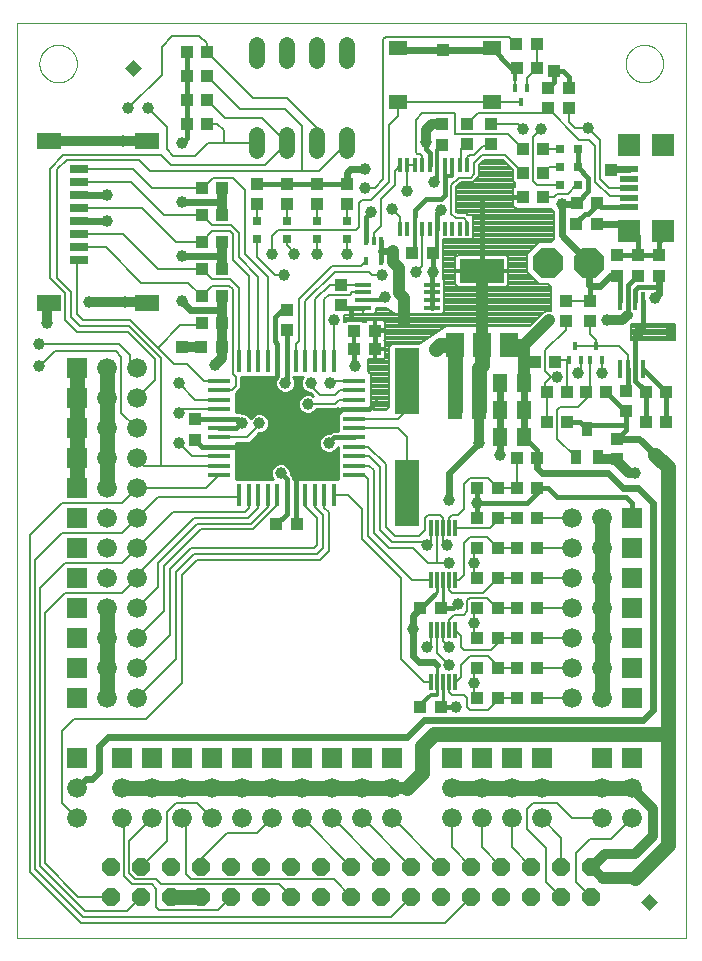
<source format=gtl>
G75*
%MOIN*%
%OFA0B0*%
%FSLAX25Y25*%
%IPPOS*%
%LPD*%
%AMOC8*
5,1,8,0,0,1.08239X$1,22.5*
%
%ADD10C,0.00000*%
%ADD11R,0.04252X0.04134*%
%ADD12R,0.05118X0.06299*%
%ADD13R,0.04134X0.04252*%
%ADD14R,0.03150X0.03150*%
%ADD15OC8,0.06000*%
%ADD16R,0.06600X0.06600*%
%ADD17C,0.06600*%
%ADD18R,0.05906X0.03150*%
%ADD19R,0.07874X0.05709*%
%ADD20R,0.06299X0.01969*%
%ADD21R,0.07677X0.07677*%
%ADD22R,0.01575X0.02559*%
%ADD23R,0.04331X0.03937*%
%ADD24R,0.03937X0.04331*%
%ADD25C,0.05200*%
%ADD26OC8,0.10050*%
%ADD27R,0.07480X0.01575*%
%ADD28R,0.01575X0.07480*%
%ADD29R,0.05709X0.01772*%
%ADD30R,0.03543X0.04724*%
%ADD31R,0.01772X0.05906*%
%ADD32R,0.05900X0.07900*%
%ADD33R,0.15000X0.07900*%
%ADD34R,0.01181X0.05709*%
%ADD35R,0.08300X0.22000*%
%ADD36R,0.06102X0.05118*%
%ADD37R,0.01500X0.04500*%
%ADD38R,0.04000X0.04000*%
%ADD39R,0.01575X0.02756*%
%ADD40C,0.01600*%
%ADD41C,0.00800*%
%ADD42C,0.05000*%
%ADD43C,0.03200*%
%ADD44C,0.03962*%
%ADD45C,0.02400*%
%ADD46C,0.01100*%
%ADD47C,0.01000*%
%ADD48C,0.04000*%
%ADD49C,0.02200*%
%ADD50C,0.01200*%
%ADD51R,0.03962X0.03962*%
%ADD52C,0.01500*%
D10*
X0007272Y0001400D02*
X0007272Y0306400D01*
X0230272Y0306400D01*
X0230272Y0001400D01*
X0007272Y0001400D01*
X0014822Y0292900D02*
X0014824Y0293058D01*
X0014830Y0293215D01*
X0014840Y0293373D01*
X0014854Y0293530D01*
X0014872Y0293686D01*
X0014893Y0293843D01*
X0014919Y0293998D01*
X0014949Y0294153D01*
X0014982Y0294307D01*
X0015020Y0294460D01*
X0015061Y0294613D01*
X0015106Y0294764D01*
X0015155Y0294914D01*
X0015208Y0295062D01*
X0015264Y0295210D01*
X0015325Y0295355D01*
X0015388Y0295500D01*
X0015456Y0295642D01*
X0015527Y0295783D01*
X0015601Y0295922D01*
X0015679Y0296059D01*
X0015761Y0296194D01*
X0015845Y0296327D01*
X0015934Y0296458D01*
X0016025Y0296586D01*
X0016120Y0296713D01*
X0016217Y0296836D01*
X0016318Y0296958D01*
X0016422Y0297076D01*
X0016529Y0297192D01*
X0016639Y0297305D01*
X0016751Y0297416D01*
X0016867Y0297523D01*
X0016985Y0297628D01*
X0017105Y0297730D01*
X0017228Y0297828D01*
X0017354Y0297924D01*
X0017482Y0298016D01*
X0017612Y0298105D01*
X0017744Y0298191D01*
X0017879Y0298273D01*
X0018016Y0298352D01*
X0018154Y0298427D01*
X0018294Y0298499D01*
X0018437Y0298567D01*
X0018580Y0298632D01*
X0018726Y0298693D01*
X0018873Y0298750D01*
X0019021Y0298804D01*
X0019171Y0298854D01*
X0019321Y0298900D01*
X0019473Y0298942D01*
X0019626Y0298981D01*
X0019780Y0299015D01*
X0019935Y0299046D01*
X0020090Y0299072D01*
X0020246Y0299095D01*
X0020403Y0299114D01*
X0020560Y0299129D01*
X0020717Y0299140D01*
X0020875Y0299147D01*
X0021033Y0299150D01*
X0021190Y0299149D01*
X0021348Y0299144D01*
X0021505Y0299135D01*
X0021663Y0299122D01*
X0021819Y0299105D01*
X0021976Y0299084D01*
X0022131Y0299060D01*
X0022286Y0299031D01*
X0022441Y0298998D01*
X0022594Y0298962D01*
X0022747Y0298921D01*
X0022898Y0298877D01*
X0023048Y0298829D01*
X0023197Y0298778D01*
X0023345Y0298722D01*
X0023491Y0298663D01*
X0023636Y0298600D01*
X0023779Y0298533D01*
X0023920Y0298463D01*
X0024059Y0298390D01*
X0024197Y0298313D01*
X0024333Y0298232D01*
X0024466Y0298148D01*
X0024597Y0298061D01*
X0024726Y0297970D01*
X0024853Y0297876D01*
X0024978Y0297779D01*
X0025099Y0297679D01*
X0025219Y0297576D01*
X0025335Y0297470D01*
X0025449Y0297361D01*
X0025561Y0297249D01*
X0025669Y0297135D01*
X0025774Y0297017D01*
X0025877Y0296897D01*
X0025976Y0296775D01*
X0026072Y0296650D01*
X0026165Y0296522D01*
X0026255Y0296393D01*
X0026341Y0296261D01*
X0026425Y0296127D01*
X0026504Y0295991D01*
X0026581Y0295853D01*
X0026653Y0295713D01*
X0026722Y0295571D01*
X0026788Y0295428D01*
X0026850Y0295283D01*
X0026908Y0295136D01*
X0026963Y0294988D01*
X0027014Y0294839D01*
X0027061Y0294688D01*
X0027104Y0294537D01*
X0027143Y0294384D01*
X0027179Y0294230D01*
X0027210Y0294076D01*
X0027238Y0293921D01*
X0027262Y0293765D01*
X0027282Y0293608D01*
X0027298Y0293451D01*
X0027310Y0293294D01*
X0027318Y0293137D01*
X0027322Y0292979D01*
X0027322Y0292821D01*
X0027318Y0292663D01*
X0027310Y0292506D01*
X0027298Y0292349D01*
X0027282Y0292192D01*
X0027262Y0292035D01*
X0027238Y0291879D01*
X0027210Y0291724D01*
X0027179Y0291570D01*
X0027143Y0291416D01*
X0027104Y0291263D01*
X0027061Y0291112D01*
X0027014Y0290961D01*
X0026963Y0290812D01*
X0026908Y0290664D01*
X0026850Y0290517D01*
X0026788Y0290372D01*
X0026722Y0290229D01*
X0026653Y0290087D01*
X0026581Y0289947D01*
X0026504Y0289809D01*
X0026425Y0289673D01*
X0026341Y0289539D01*
X0026255Y0289407D01*
X0026165Y0289278D01*
X0026072Y0289150D01*
X0025976Y0289025D01*
X0025877Y0288903D01*
X0025774Y0288783D01*
X0025669Y0288665D01*
X0025561Y0288551D01*
X0025449Y0288439D01*
X0025335Y0288330D01*
X0025219Y0288224D01*
X0025099Y0288121D01*
X0024978Y0288021D01*
X0024853Y0287924D01*
X0024726Y0287830D01*
X0024597Y0287739D01*
X0024466Y0287652D01*
X0024333Y0287568D01*
X0024197Y0287487D01*
X0024059Y0287410D01*
X0023920Y0287337D01*
X0023779Y0287267D01*
X0023636Y0287200D01*
X0023491Y0287137D01*
X0023345Y0287078D01*
X0023197Y0287022D01*
X0023048Y0286971D01*
X0022898Y0286923D01*
X0022747Y0286879D01*
X0022594Y0286838D01*
X0022441Y0286802D01*
X0022286Y0286769D01*
X0022131Y0286740D01*
X0021976Y0286716D01*
X0021819Y0286695D01*
X0021663Y0286678D01*
X0021505Y0286665D01*
X0021348Y0286656D01*
X0021190Y0286651D01*
X0021033Y0286650D01*
X0020875Y0286653D01*
X0020717Y0286660D01*
X0020560Y0286671D01*
X0020403Y0286686D01*
X0020246Y0286705D01*
X0020090Y0286728D01*
X0019935Y0286754D01*
X0019780Y0286785D01*
X0019626Y0286819D01*
X0019473Y0286858D01*
X0019321Y0286900D01*
X0019171Y0286946D01*
X0019021Y0286996D01*
X0018873Y0287050D01*
X0018726Y0287107D01*
X0018580Y0287168D01*
X0018437Y0287233D01*
X0018294Y0287301D01*
X0018154Y0287373D01*
X0018016Y0287448D01*
X0017879Y0287527D01*
X0017744Y0287609D01*
X0017612Y0287695D01*
X0017482Y0287784D01*
X0017354Y0287876D01*
X0017228Y0287972D01*
X0017105Y0288070D01*
X0016985Y0288172D01*
X0016867Y0288277D01*
X0016751Y0288384D01*
X0016639Y0288495D01*
X0016529Y0288608D01*
X0016422Y0288724D01*
X0016318Y0288842D01*
X0016217Y0288964D01*
X0016120Y0289087D01*
X0016025Y0289214D01*
X0015934Y0289342D01*
X0015845Y0289473D01*
X0015761Y0289606D01*
X0015679Y0289741D01*
X0015601Y0289878D01*
X0015527Y0290017D01*
X0015456Y0290158D01*
X0015388Y0290300D01*
X0015325Y0290445D01*
X0015264Y0290590D01*
X0015208Y0290738D01*
X0015155Y0290886D01*
X0015106Y0291036D01*
X0015061Y0291187D01*
X0015020Y0291340D01*
X0014982Y0291493D01*
X0014949Y0291647D01*
X0014919Y0291802D01*
X0014893Y0291957D01*
X0014872Y0292114D01*
X0014854Y0292270D01*
X0014840Y0292427D01*
X0014830Y0292585D01*
X0014824Y0292742D01*
X0014822Y0292900D01*
X0210222Y0292900D02*
X0210224Y0293058D01*
X0210230Y0293215D01*
X0210240Y0293373D01*
X0210254Y0293530D01*
X0210272Y0293686D01*
X0210293Y0293843D01*
X0210319Y0293998D01*
X0210349Y0294153D01*
X0210382Y0294307D01*
X0210420Y0294460D01*
X0210461Y0294613D01*
X0210506Y0294764D01*
X0210555Y0294914D01*
X0210608Y0295062D01*
X0210664Y0295210D01*
X0210725Y0295355D01*
X0210788Y0295500D01*
X0210856Y0295642D01*
X0210927Y0295783D01*
X0211001Y0295922D01*
X0211079Y0296059D01*
X0211161Y0296194D01*
X0211245Y0296327D01*
X0211334Y0296458D01*
X0211425Y0296586D01*
X0211520Y0296713D01*
X0211617Y0296836D01*
X0211718Y0296958D01*
X0211822Y0297076D01*
X0211929Y0297192D01*
X0212039Y0297305D01*
X0212151Y0297416D01*
X0212267Y0297523D01*
X0212385Y0297628D01*
X0212505Y0297730D01*
X0212628Y0297828D01*
X0212754Y0297924D01*
X0212882Y0298016D01*
X0213012Y0298105D01*
X0213144Y0298191D01*
X0213279Y0298273D01*
X0213416Y0298352D01*
X0213554Y0298427D01*
X0213694Y0298499D01*
X0213837Y0298567D01*
X0213980Y0298632D01*
X0214126Y0298693D01*
X0214273Y0298750D01*
X0214421Y0298804D01*
X0214571Y0298854D01*
X0214721Y0298900D01*
X0214873Y0298942D01*
X0215026Y0298981D01*
X0215180Y0299015D01*
X0215335Y0299046D01*
X0215490Y0299072D01*
X0215646Y0299095D01*
X0215803Y0299114D01*
X0215960Y0299129D01*
X0216117Y0299140D01*
X0216275Y0299147D01*
X0216433Y0299150D01*
X0216590Y0299149D01*
X0216748Y0299144D01*
X0216905Y0299135D01*
X0217063Y0299122D01*
X0217219Y0299105D01*
X0217376Y0299084D01*
X0217531Y0299060D01*
X0217686Y0299031D01*
X0217841Y0298998D01*
X0217994Y0298962D01*
X0218147Y0298921D01*
X0218298Y0298877D01*
X0218448Y0298829D01*
X0218597Y0298778D01*
X0218745Y0298722D01*
X0218891Y0298663D01*
X0219036Y0298600D01*
X0219179Y0298533D01*
X0219320Y0298463D01*
X0219459Y0298390D01*
X0219597Y0298313D01*
X0219733Y0298232D01*
X0219866Y0298148D01*
X0219997Y0298061D01*
X0220126Y0297970D01*
X0220253Y0297876D01*
X0220378Y0297779D01*
X0220499Y0297679D01*
X0220619Y0297576D01*
X0220735Y0297470D01*
X0220849Y0297361D01*
X0220961Y0297249D01*
X0221069Y0297135D01*
X0221174Y0297017D01*
X0221277Y0296897D01*
X0221376Y0296775D01*
X0221472Y0296650D01*
X0221565Y0296522D01*
X0221655Y0296393D01*
X0221741Y0296261D01*
X0221825Y0296127D01*
X0221904Y0295991D01*
X0221981Y0295853D01*
X0222053Y0295713D01*
X0222122Y0295571D01*
X0222188Y0295428D01*
X0222250Y0295283D01*
X0222308Y0295136D01*
X0222363Y0294988D01*
X0222414Y0294839D01*
X0222461Y0294688D01*
X0222504Y0294537D01*
X0222543Y0294384D01*
X0222579Y0294230D01*
X0222610Y0294076D01*
X0222638Y0293921D01*
X0222662Y0293765D01*
X0222682Y0293608D01*
X0222698Y0293451D01*
X0222710Y0293294D01*
X0222718Y0293137D01*
X0222722Y0292979D01*
X0222722Y0292821D01*
X0222718Y0292663D01*
X0222710Y0292506D01*
X0222698Y0292349D01*
X0222682Y0292192D01*
X0222662Y0292035D01*
X0222638Y0291879D01*
X0222610Y0291724D01*
X0222579Y0291570D01*
X0222543Y0291416D01*
X0222504Y0291263D01*
X0222461Y0291112D01*
X0222414Y0290961D01*
X0222363Y0290812D01*
X0222308Y0290664D01*
X0222250Y0290517D01*
X0222188Y0290372D01*
X0222122Y0290229D01*
X0222053Y0290087D01*
X0221981Y0289947D01*
X0221904Y0289809D01*
X0221825Y0289673D01*
X0221741Y0289539D01*
X0221655Y0289407D01*
X0221565Y0289278D01*
X0221472Y0289150D01*
X0221376Y0289025D01*
X0221277Y0288903D01*
X0221174Y0288783D01*
X0221069Y0288665D01*
X0220961Y0288551D01*
X0220849Y0288439D01*
X0220735Y0288330D01*
X0220619Y0288224D01*
X0220499Y0288121D01*
X0220378Y0288021D01*
X0220253Y0287924D01*
X0220126Y0287830D01*
X0219997Y0287739D01*
X0219866Y0287652D01*
X0219733Y0287568D01*
X0219597Y0287487D01*
X0219459Y0287410D01*
X0219320Y0287337D01*
X0219179Y0287267D01*
X0219036Y0287200D01*
X0218891Y0287137D01*
X0218745Y0287078D01*
X0218597Y0287022D01*
X0218448Y0286971D01*
X0218298Y0286923D01*
X0218147Y0286879D01*
X0217994Y0286838D01*
X0217841Y0286802D01*
X0217686Y0286769D01*
X0217531Y0286740D01*
X0217376Y0286716D01*
X0217219Y0286695D01*
X0217063Y0286678D01*
X0216905Y0286665D01*
X0216748Y0286656D01*
X0216590Y0286651D01*
X0216433Y0286650D01*
X0216275Y0286653D01*
X0216117Y0286660D01*
X0215960Y0286671D01*
X0215803Y0286686D01*
X0215646Y0286705D01*
X0215490Y0286728D01*
X0215335Y0286754D01*
X0215180Y0286785D01*
X0215026Y0286819D01*
X0214873Y0286858D01*
X0214721Y0286900D01*
X0214571Y0286946D01*
X0214421Y0286996D01*
X0214273Y0287050D01*
X0214126Y0287107D01*
X0213980Y0287168D01*
X0213837Y0287233D01*
X0213694Y0287301D01*
X0213554Y0287373D01*
X0213416Y0287448D01*
X0213279Y0287527D01*
X0213144Y0287609D01*
X0213012Y0287695D01*
X0212882Y0287784D01*
X0212754Y0287876D01*
X0212628Y0287972D01*
X0212505Y0288070D01*
X0212385Y0288172D01*
X0212267Y0288277D01*
X0212151Y0288384D01*
X0212039Y0288495D01*
X0211929Y0288608D01*
X0211822Y0288724D01*
X0211718Y0288842D01*
X0211617Y0288964D01*
X0211520Y0289087D01*
X0211425Y0289214D01*
X0211334Y0289342D01*
X0211245Y0289473D01*
X0211161Y0289606D01*
X0211079Y0289741D01*
X0211001Y0289878D01*
X0210927Y0290017D01*
X0210856Y0290158D01*
X0210788Y0290300D01*
X0210725Y0290445D01*
X0210664Y0290590D01*
X0210608Y0290738D01*
X0210555Y0290886D01*
X0210506Y0291036D01*
X0210461Y0291187D01*
X0210420Y0291340D01*
X0210382Y0291493D01*
X0210349Y0291647D01*
X0210319Y0291802D01*
X0210293Y0291957D01*
X0210272Y0292114D01*
X0210254Y0292270D01*
X0210240Y0292427D01*
X0210230Y0292585D01*
X0210224Y0292742D01*
X0210222Y0292900D01*
D11*
X0191272Y0284845D03*
X0191272Y0277955D03*
X0184272Y0277955D03*
X0184272Y0284845D03*
X0149172Y0272745D03*
X0149172Y0265855D03*
X0097272Y0210845D03*
X0097272Y0203955D03*
X0066772Y0174345D03*
X0066772Y0167455D03*
X0207272Y0167845D03*
X0207272Y0160955D03*
X0207272Y0222255D03*
X0207272Y0229145D03*
X0214272Y0229145D03*
X0214272Y0222255D03*
X0221272Y0222255D03*
X0221272Y0229145D03*
D12*
X0176209Y0186400D03*
X0168335Y0186400D03*
X0161209Y0186400D03*
X0153335Y0186400D03*
X0153335Y0177400D03*
X0161209Y0177400D03*
X0168335Y0177400D03*
X0168335Y0168400D03*
X0176209Y0168400D03*
X0176209Y0177400D03*
D13*
X0179927Y0193600D03*
X0186817Y0193600D03*
X0167717Y0151400D03*
X0160827Y0151400D03*
X0160827Y0141400D03*
X0167717Y0141400D03*
X0167717Y0131400D03*
X0160827Y0131400D03*
X0160827Y0121400D03*
X0167717Y0121400D03*
X0167717Y0111400D03*
X0160827Y0111400D03*
X0160827Y0101400D03*
X0167717Y0101400D03*
X0167717Y0091400D03*
X0160827Y0091400D03*
X0160827Y0081400D03*
X0167717Y0081400D03*
X0148717Y0078400D03*
X0141827Y0078400D03*
X0141827Y0111400D03*
X0148717Y0111400D03*
X0100717Y0139400D03*
X0093827Y0139400D03*
X0075717Y0198400D03*
X0068827Y0198400D03*
X0119827Y0197800D03*
X0119827Y0203900D03*
X0126717Y0203900D03*
X0126717Y0197800D03*
X0139127Y0229700D03*
X0146017Y0229700D03*
X0193827Y0239400D03*
X0200717Y0239400D03*
X0180717Y0299400D03*
X0173827Y0299400D03*
D14*
X0188319Y0264400D03*
X0188319Y0258400D03*
X0188319Y0252400D03*
X0194224Y0252400D03*
X0194224Y0258400D03*
X0194224Y0264400D03*
X0117272Y0240353D03*
X0117272Y0234447D03*
X0107272Y0234447D03*
X0107272Y0240353D03*
X0097272Y0240353D03*
X0097272Y0234447D03*
X0087272Y0234447D03*
X0087272Y0240353D03*
D15*
X0088772Y0025200D03*
X0098772Y0025200D03*
X0108772Y0025200D03*
X0118772Y0025200D03*
X0128772Y0025200D03*
X0138772Y0025200D03*
X0148772Y0025200D03*
X0158772Y0025200D03*
X0168772Y0025200D03*
X0178772Y0025200D03*
X0188772Y0025200D03*
X0198772Y0025200D03*
X0198772Y0015200D03*
X0188772Y0015200D03*
X0178772Y0015200D03*
X0168772Y0015200D03*
X0158772Y0015200D03*
X0148772Y0015200D03*
X0138772Y0015200D03*
X0128772Y0015200D03*
X0118772Y0015200D03*
X0108772Y0015200D03*
X0098772Y0015200D03*
X0088772Y0015200D03*
X0078772Y0015200D03*
X0078772Y0025200D03*
X0068772Y0025200D03*
X0068772Y0015200D03*
X0058772Y0015200D03*
X0058772Y0025200D03*
X0048772Y0025200D03*
X0048772Y0015200D03*
X0038772Y0015200D03*
X0038772Y0025200D03*
D16*
X0042272Y0061400D03*
X0052272Y0061400D03*
X0062272Y0061400D03*
X0072272Y0061400D03*
X0082272Y0061400D03*
X0092272Y0061400D03*
X0102272Y0061400D03*
X0112272Y0061400D03*
X0122272Y0061400D03*
X0132272Y0061400D03*
X0152272Y0061400D03*
X0162272Y0061400D03*
X0172272Y0061400D03*
X0182272Y0061400D03*
X0202272Y0061400D03*
X0212272Y0061400D03*
X0212272Y0081400D03*
X0212272Y0091400D03*
X0212272Y0101400D03*
X0212272Y0111400D03*
X0212272Y0121400D03*
X0212272Y0131400D03*
X0212272Y0141400D03*
X0027272Y0141400D03*
X0027272Y0131400D03*
X0027272Y0121400D03*
X0027272Y0111400D03*
X0027272Y0101400D03*
X0027272Y0091400D03*
X0027272Y0081400D03*
X0027272Y0061400D03*
X0027272Y0151400D03*
X0027272Y0161400D03*
X0027272Y0171400D03*
X0027272Y0181400D03*
X0027272Y0191400D03*
D17*
X0037272Y0191400D03*
X0037272Y0181400D03*
X0037272Y0171400D03*
X0047272Y0171400D03*
X0047272Y0181400D03*
X0047272Y0191400D03*
X0047272Y0161400D03*
X0047272Y0151400D03*
X0047272Y0141400D03*
X0047272Y0131400D03*
X0047272Y0121400D03*
X0047272Y0111400D03*
X0047272Y0101400D03*
X0047272Y0091400D03*
X0047272Y0081400D03*
X0037272Y0081400D03*
X0037272Y0091400D03*
X0037272Y0101400D03*
X0037272Y0111400D03*
X0037272Y0121400D03*
X0037272Y0131400D03*
X0037272Y0141400D03*
X0037272Y0151400D03*
X0037272Y0161400D03*
X0042272Y0051400D03*
X0042272Y0041400D03*
X0052272Y0041400D03*
X0052272Y0051400D03*
X0062272Y0051400D03*
X0062272Y0041400D03*
X0072272Y0041400D03*
X0072272Y0051400D03*
X0082272Y0051400D03*
X0082272Y0041400D03*
X0092272Y0041400D03*
X0092272Y0051400D03*
X0102272Y0051400D03*
X0102272Y0041400D03*
X0112272Y0041400D03*
X0112272Y0051400D03*
X0122272Y0051400D03*
X0122272Y0041400D03*
X0132272Y0041400D03*
X0132272Y0051400D03*
X0152272Y0051400D03*
X0152272Y0041400D03*
X0162272Y0041400D03*
X0162272Y0051400D03*
X0172272Y0051400D03*
X0172272Y0041400D03*
X0182272Y0041400D03*
X0182272Y0051400D03*
X0202272Y0051400D03*
X0202272Y0041400D03*
X0212272Y0041400D03*
X0212272Y0051400D03*
X0202272Y0081400D03*
X0202272Y0091400D03*
X0202272Y0101400D03*
X0202272Y0111400D03*
X0202272Y0121400D03*
X0202272Y0131400D03*
X0202272Y0141400D03*
X0192272Y0141400D03*
X0192272Y0131400D03*
X0192272Y0121400D03*
X0192272Y0111400D03*
X0192272Y0101400D03*
X0192272Y0091400D03*
X0192272Y0081400D03*
X0027272Y0051400D03*
X0027272Y0041400D03*
D18*
X0028177Y0227449D03*
X0028177Y0231780D03*
X0028177Y0236110D03*
X0028177Y0240441D03*
X0028177Y0244772D03*
X0028177Y0249102D03*
X0028177Y0253433D03*
X0028177Y0257764D03*
D19*
X0017941Y0267134D03*
X0050618Y0267134D03*
X0050618Y0213000D03*
X0017941Y0213000D03*
D20*
X0211374Y0245101D03*
X0211374Y0248250D03*
X0211374Y0251400D03*
X0211374Y0254550D03*
X0211374Y0257699D03*
D21*
X0211374Y0265770D03*
X0222792Y0265770D03*
X0222792Y0237030D03*
X0211374Y0237030D03*
D22*
X0200272Y0198664D03*
X0202240Y0194136D03*
X0198303Y0194136D03*
X0195240Y0194136D03*
X0193272Y0198664D03*
X0191303Y0194136D03*
X0175272Y0280136D03*
X0177240Y0284664D03*
X0173303Y0284664D03*
D23*
X0165272Y0272746D03*
X0165272Y0266054D03*
X0157272Y0266054D03*
X0157272Y0272746D03*
X0193925Y0246400D03*
X0200618Y0246400D03*
X0198272Y0213746D03*
X0198272Y0207054D03*
X0190272Y0207054D03*
X0190272Y0213746D03*
X0210272Y0183746D03*
X0210272Y0177054D03*
X0117272Y0246054D03*
X0117272Y0252746D03*
X0107272Y0252746D03*
X0107272Y0246054D03*
X0097272Y0246054D03*
X0097272Y0252746D03*
X0087272Y0252746D03*
X0087272Y0246054D03*
X0115272Y0219246D03*
X0115272Y0212554D03*
D24*
X0075618Y0215400D03*
X0068925Y0215400D03*
X0068925Y0206400D03*
X0075618Y0206400D03*
X0075618Y0224400D03*
X0068925Y0224400D03*
X0068925Y0233400D03*
X0075618Y0233400D03*
X0075618Y0242400D03*
X0068925Y0242400D03*
X0068925Y0251400D03*
X0075618Y0251400D03*
X0070618Y0272900D03*
X0063925Y0272900D03*
X0063925Y0280900D03*
X0070618Y0280900D03*
X0070618Y0288900D03*
X0063925Y0288900D03*
X0063925Y0296900D03*
X0070618Y0296900D03*
X0173925Y0291400D03*
X0180618Y0291400D03*
X0182618Y0264400D03*
X0182618Y0256400D03*
X0175925Y0256400D03*
X0175925Y0264400D03*
X0175925Y0248400D03*
X0182618Y0248400D03*
X0183925Y0183400D03*
X0190618Y0183400D03*
X0196925Y0183400D03*
X0203618Y0183400D03*
X0190618Y0173400D03*
X0183925Y0173400D03*
X0180618Y0161400D03*
X0173925Y0161400D03*
X0173925Y0151400D03*
X0180618Y0151400D03*
X0180618Y0141400D03*
X0173925Y0141400D03*
X0173925Y0131400D03*
X0180618Y0131400D03*
X0180618Y0121400D03*
X0173925Y0121400D03*
X0173925Y0111400D03*
X0180618Y0111400D03*
X0180618Y0101400D03*
X0173925Y0101400D03*
X0173925Y0091400D03*
X0180618Y0091400D03*
X0180618Y0081400D03*
X0173925Y0081400D03*
X0216925Y0173400D03*
X0223618Y0173400D03*
X0223618Y0183400D03*
X0216925Y0183400D03*
D25*
X0117272Y0263800D02*
X0117272Y0269000D01*
X0107272Y0269000D02*
X0107272Y0263800D01*
X0097272Y0263800D02*
X0097272Y0269000D01*
X0087272Y0269000D02*
X0087272Y0263800D01*
X0087272Y0293800D02*
X0087272Y0299000D01*
X0097272Y0299000D02*
X0097272Y0293800D01*
X0107272Y0293800D02*
X0107272Y0299000D01*
X0117272Y0299000D02*
X0117272Y0293800D01*
D26*
X0184360Y0226400D03*
X0198182Y0226317D03*
D27*
X0119663Y0187197D03*
X0119663Y0184048D03*
X0119663Y0180898D03*
X0119663Y0177748D03*
X0119663Y0174599D03*
X0119663Y0171449D03*
X0119663Y0168300D03*
X0119663Y0165150D03*
X0119663Y0162000D03*
X0119663Y0158851D03*
X0119663Y0155701D03*
X0074781Y0155701D03*
X0074781Y0158851D03*
X0074781Y0162000D03*
X0074781Y0165150D03*
X0074781Y0168300D03*
X0074781Y0171449D03*
X0074781Y0174599D03*
X0074781Y0177748D03*
X0074781Y0180898D03*
X0074781Y0184048D03*
X0074781Y0187197D03*
D28*
X0081474Y0193890D03*
X0084624Y0193890D03*
X0087774Y0193890D03*
X0090923Y0193890D03*
X0094073Y0193890D03*
X0097222Y0193890D03*
X0100372Y0193890D03*
X0103522Y0193890D03*
X0106671Y0193890D03*
X0109821Y0193890D03*
X0112970Y0193890D03*
X0112970Y0149008D03*
X0109821Y0149008D03*
X0106671Y0149008D03*
X0103522Y0149008D03*
X0100372Y0149008D03*
X0097222Y0149008D03*
X0094073Y0149008D03*
X0090923Y0149008D03*
X0087774Y0149008D03*
X0084624Y0149008D03*
X0081474Y0149008D03*
D29*
X0122756Y0211561D03*
X0122756Y0214120D03*
X0122756Y0216680D03*
X0122756Y0219239D03*
X0145787Y0219239D03*
X0145787Y0216680D03*
X0145787Y0214120D03*
X0145787Y0211561D03*
D30*
X0193531Y0161676D03*
X0201012Y0161676D03*
X0197272Y0171124D03*
D31*
X0208335Y0190983D03*
X0210894Y0190983D03*
X0213453Y0190983D03*
X0216012Y0190983D03*
X0216012Y0213817D03*
X0213453Y0213817D03*
X0210894Y0213817D03*
X0208335Y0213817D03*
D32*
X0171372Y0199000D03*
X0162372Y0199000D03*
X0153372Y0199000D03*
D33*
X0162272Y0223800D03*
D34*
X0153209Y0138061D03*
X0151240Y0138061D03*
X0149272Y0138061D03*
X0147303Y0138061D03*
X0145335Y0138061D03*
X0145335Y0120739D03*
X0147303Y0120739D03*
X0149272Y0120739D03*
X0151240Y0120739D03*
X0153209Y0120739D03*
X0153209Y0104061D03*
X0151240Y0104061D03*
X0149272Y0104061D03*
X0147303Y0104061D03*
X0145335Y0104061D03*
X0145335Y0086739D03*
X0147303Y0086739D03*
X0149272Y0086739D03*
X0151240Y0086739D03*
X0153209Y0086739D03*
D35*
X0137272Y0149700D03*
X0137272Y0187100D03*
D36*
X0134327Y0280239D03*
X0134327Y0297955D03*
X0165626Y0297955D03*
X0165626Y0280239D03*
D37*
X0157522Y0258950D03*
X0155022Y0258950D03*
X0152522Y0258950D03*
X0150022Y0258950D03*
X0147522Y0258950D03*
X0145022Y0258950D03*
X0142522Y0258950D03*
X0140022Y0258950D03*
X0137522Y0258950D03*
X0135022Y0258950D03*
X0135022Y0237850D03*
X0137522Y0237850D03*
X0140022Y0237850D03*
X0142522Y0237850D03*
X0145022Y0237850D03*
X0147522Y0237850D03*
X0150022Y0237850D03*
X0152522Y0237850D03*
X0155022Y0237850D03*
X0157522Y0237850D03*
D38*
G36*
X0049100Y0291400D02*
X0046272Y0288572D01*
X0043444Y0291400D01*
X0046272Y0294228D01*
X0049100Y0291400D01*
G37*
G36*
X0221100Y0013400D02*
X0218272Y0010572D01*
X0215444Y0013400D01*
X0218272Y0016228D01*
X0221100Y0013400D01*
G37*
D39*
X0128831Y0227054D03*
X0123713Y0227054D03*
X0123713Y0233746D03*
X0126272Y0233746D03*
X0128831Y0233746D03*
D40*
X0128831Y0230400D01*
X0128831Y0227054D01*
X0132772Y0230400D02*
X0133272Y0230400D01*
X0139127Y0229700D02*
X0139310Y0229700D01*
X0139827Y0230217D01*
X0146017Y0229700D02*
X0146017Y0223545D01*
X0146017Y0223445D01*
X0145972Y0223400D01*
X0146017Y0223545D02*
X0145787Y0223316D01*
X0145787Y0219239D01*
X0145787Y0216680D01*
X0145787Y0214120D01*
X0145787Y0211561D01*
X0162272Y0223800D02*
X0162272Y0248400D01*
X0175925Y0248400D01*
X0193925Y0246400D02*
X0194272Y0246400D01*
X0194272Y0246900D01*
X0197772Y0250400D01*
X0197772Y0254853D01*
X0194224Y0258400D01*
X0194224Y0264400D01*
X0200618Y0246400D02*
X0200618Y0245746D01*
X0197772Y0242900D01*
X0196772Y0242900D01*
X0193827Y0239955D01*
X0193827Y0239400D01*
X0202016Y0245101D02*
X0211374Y0245101D01*
X0211374Y0237030D02*
X0213004Y0235400D01*
X0214272Y0235400D01*
X0214272Y0229400D01*
X0214272Y0229145D02*
X0207272Y0229145D01*
X0207272Y0228900D01*
X0207272Y0222255D02*
X0205127Y0222255D01*
X0207272Y0222255D02*
X0208335Y0221192D01*
X0208335Y0213817D01*
X0210894Y0213817D02*
X0210894Y0209022D01*
X0210894Y0213817D02*
X0210894Y0219022D01*
X0214127Y0222255D01*
X0214272Y0222255D01*
X0214272Y0218400D02*
X0221272Y0218400D01*
X0221272Y0222255D01*
X0221272Y0229145D02*
X0214272Y0229145D01*
X0221272Y0229400D02*
X0221272Y0233400D01*
X0222772Y0234900D01*
X0222772Y0236900D01*
X0214272Y0218400D02*
X0213453Y0217581D01*
X0213453Y0213817D01*
X0216012Y0213817D02*
X0216012Y0204723D01*
X0214772Y0203483D01*
X0213453Y0202164D01*
X0213453Y0190983D01*
X0213453Y0187219D01*
X0216925Y0183746D01*
X0216925Y0183400D01*
X0216925Y0173400D01*
X0223618Y0173400D02*
X0223618Y0183400D01*
X0216035Y0190983D01*
X0216012Y0190983D01*
X0210894Y0190983D02*
X0210894Y0184369D01*
X0210272Y0183746D01*
X0203618Y0183400D02*
X0209965Y0177054D01*
X0210272Y0177054D01*
X0210272Y0172400D01*
X0210272Y0170845D01*
X0207272Y0167845D01*
X0210272Y0172400D02*
X0198547Y0172400D01*
X0197272Y0171124D01*
X0194996Y0173400D01*
X0190618Y0173400D01*
X0180618Y0163991D02*
X0180618Y0161400D01*
X0180618Y0163991D02*
X0176209Y0168400D01*
X0180618Y0151400D02*
X0184272Y0151400D01*
X0187272Y0148400D01*
X0210272Y0148400D01*
X0212272Y0146400D01*
X0212272Y0141400D01*
X0208272Y0160955D02*
X0207272Y0160955D01*
X0201732Y0160955D02*
X0201012Y0161676D01*
X0201291Y0161955D01*
X0180618Y0149746D02*
X0177272Y0146400D01*
X0160827Y0146400D01*
X0160772Y0146400D01*
X0160827Y0146400D02*
X0160827Y0141400D01*
X0160827Y0146400D02*
X0160827Y0151400D01*
X0146272Y0115900D02*
X0142272Y0111900D01*
X0141827Y0111400D02*
X0140772Y0110345D01*
X0141272Y0110845D02*
X0141827Y0111400D01*
X0148717Y0111400D02*
X0152772Y0111400D01*
X0154272Y0112900D01*
X0153772Y0078400D02*
X0148717Y0078400D01*
X0100717Y0139400D02*
X0100372Y0139744D01*
X0100372Y0149008D01*
X0100372Y0162300D01*
X0097772Y0164900D01*
X0106272Y0173400D01*
X0111272Y0173400D01*
X0115620Y0177748D01*
X0119663Y0177748D01*
X0124620Y0177748D01*
X0126917Y0180045D01*
X0119663Y0168300D02*
X0113171Y0168300D01*
X0111272Y0166400D01*
X0097772Y0164900D02*
X0097272Y0165400D01*
X0094272Y0165400D01*
X0094272Y0174400D01*
X0088272Y0180400D01*
X0083272Y0180400D01*
X0082272Y0181400D01*
X0088272Y0187400D01*
X0092672Y0187400D01*
X0094073Y0188801D01*
X0094073Y0193890D01*
X0094073Y0199599D01*
X0093272Y0200400D01*
X0093272Y0208400D01*
X0095272Y0210400D01*
X0097222Y0203906D02*
X0097222Y0193890D01*
X0097272Y0193841D01*
X0097272Y0186900D01*
X0082372Y0173300D02*
X0082372Y0173100D01*
X0081972Y0173100D01*
X0080321Y0171449D01*
X0074781Y0171449D01*
X0074781Y0174599D02*
X0066772Y0174599D01*
X0066772Y0174345D01*
X0066772Y0167455D02*
X0069077Y0165150D01*
X0074781Y0165150D01*
X0090022Y0165150D01*
X0090272Y0165400D01*
X0094272Y0165400D01*
X0095272Y0156400D02*
X0095272Y0156302D01*
X0097222Y0154351D01*
X0097222Y0149008D01*
X0097222Y0142796D01*
X0093827Y0139400D01*
X0093222Y0138796D01*
X0093223Y0138796D02*
X0093225Y0138843D01*
X0093230Y0138890D01*
X0093240Y0138937D01*
X0093253Y0138983D01*
X0093269Y0139027D01*
X0093289Y0139070D01*
X0093312Y0139112D01*
X0093338Y0139151D01*
X0093368Y0139188D01*
X0093400Y0139223D01*
X0093435Y0139255D01*
X0093472Y0139285D01*
X0093511Y0139311D01*
X0093553Y0139334D01*
X0093596Y0139354D01*
X0093640Y0139370D01*
X0093686Y0139383D01*
X0093733Y0139393D01*
X0093780Y0139398D01*
X0093827Y0139400D01*
X0082372Y0173300D02*
X0081073Y0174599D01*
X0074781Y0174599D01*
X0115272Y0212554D02*
X0116264Y0211561D01*
X0116259Y0211566D02*
X0118644Y0211566D01*
X0118644Y0211561D01*
X0118644Y0209150D01*
X0118644Y0211561D02*
X0122756Y0211561D01*
X0116259Y0211566D02*
X0116197Y0211568D01*
X0116135Y0211574D01*
X0116074Y0211584D01*
X0116013Y0211597D01*
X0115954Y0211614D01*
X0115895Y0211635D01*
X0115838Y0211660D01*
X0115783Y0211688D01*
X0115730Y0211720D01*
X0115678Y0211755D01*
X0115629Y0211793D01*
X0115583Y0211834D01*
X0115539Y0211878D01*
X0115498Y0211924D01*
X0115460Y0211973D01*
X0115425Y0212025D01*
X0115393Y0212078D01*
X0115365Y0212133D01*
X0115340Y0212190D01*
X0115319Y0212249D01*
X0115302Y0212308D01*
X0115289Y0212369D01*
X0115279Y0212430D01*
X0115273Y0212492D01*
X0115271Y0212554D01*
X0126717Y0203900D02*
X0126717Y0197800D01*
X0119827Y0197800D02*
X0119827Y0192345D01*
X0119972Y0192200D01*
X0123713Y0233746D02*
X0123713Y0241841D01*
X0125272Y0243400D01*
X0117272Y0252746D02*
X0107272Y0252746D01*
X0097272Y0252746D01*
X0087272Y0252746D01*
X0063925Y0268054D02*
X0062272Y0266400D01*
X0063925Y0268054D02*
X0063925Y0272900D01*
X0063925Y0280900D01*
X0063925Y0296900D01*
X0017941Y0213000D02*
X0017941Y0212429D01*
X0017272Y0212429D01*
X0134772Y0297400D02*
X0135217Y0296955D01*
X0143772Y0266900D02*
X0143772Y0264400D01*
X0145022Y0263150D01*
X0150022Y0255400D02*
X0150022Y0249150D01*
X0148772Y0247900D01*
X0143772Y0247900D01*
X0140022Y0244150D01*
X0140022Y0242150D01*
X0147522Y0242950D02*
X0147522Y0237850D01*
X0147522Y0242950D02*
X0148772Y0244200D01*
X0184272Y0284845D02*
X0186272Y0286845D01*
X0186272Y0290400D01*
X0189272Y0290400D01*
X0191272Y0288400D01*
X0191272Y0284845D01*
X0173925Y0291400D02*
X0172181Y0291400D01*
X0165626Y0297955D01*
X0198272Y0218900D02*
X0198272Y0213746D01*
X0179727Y0193400D02*
X0176209Y0193400D01*
X0162372Y0199000D02*
X0162272Y0199000D01*
D41*
X0150272Y0205400D02*
X0141272Y0199400D01*
X0132272Y0199400D01*
X0131272Y0198400D01*
X0131272Y0178400D01*
X0130272Y0177400D01*
X0126272Y0177400D01*
X0125272Y0178400D01*
X0125272Y0189400D01*
X0124272Y0190400D01*
X0124272Y0194326D01*
X0124465Y0194274D01*
X0126317Y0194274D01*
X0126317Y0197400D01*
X0127116Y0197400D01*
X0127116Y0194274D01*
X0128968Y0194274D01*
X0129324Y0194369D01*
X0129643Y0194554D01*
X0129904Y0194814D01*
X0130088Y0195134D01*
X0130183Y0195490D01*
X0130183Y0197400D01*
X0127117Y0197400D01*
X0127117Y0198200D01*
X0130183Y0198200D01*
X0130183Y0200110D01*
X0130088Y0200466D01*
X0129904Y0200786D01*
X0129839Y0200850D01*
X0129904Y0200914D01*
X0130088Y0201234D01*
X0130183Y0201590D01*
X0130183Y0203500D01*
X0127117Y0203500D01*
X0127117Y0204300D01*
X0130183Y0204300D01*
X0130183Y0206210D01*
X0130088Y0206566D01*
X0129904Y0206886D01*
X0129643Y0207146D01*
X0129324Y0207331D01*
X0128968Y0207426D01*
X0127116Y0207426D01*
X0127116Y0204300D01*
X0126317Y0204300D01*
X0126317Y0207426D01*
X0124465Y0207426D01*
X0124109Y0207331D01*
X0123790Y0207146D01*
X0123544Y0206900D01*
X0122717Y0206900D01*
X0122391Y0207226D01*
X0117263Y0207226D01*
X0116937Y0206900D01*
X0116272Y0206900D01*
X0116272Y0209185D01*
X0117621Y0209185D01*
X0117977Y0209280D01*
X0118297Y0209465D01*
X0118557Y0209725D01*
X0118695Y0209965D01*
X0118781Y0209816D01*
X0119042Y0209555D01*
X0119361Y0209371D01*
X0119717Y0209276D01*
X0122713Y0209276D01*
X0122713Y0211400D01*
X0122799Y0211400D01*
X0122799Y0209276D01*
X0125795Y0209276D01*
X0126151Y0209371D01*
X0126470Y0209555D01*
X0126730Y0209816D01*
X0126915Y0210135D01*
X0127010Y0210491D01*
X0127010Y0211400D01*
X0130272Y0211400D01*
X0133272Y0209400D01*
X0149272Y0209400D01*
X0149272Y0209608D01*
X0149842Y0210179D01*
X0149842Y0220621D01*
X0149272Y0221192D01*
X0149272Y0227065D01*
X0149283Y0227077D01*
X0149283Y0229116D01*
X0149322Y0229154D01*
X0149322Y0234400D01*
X0159272Y0234400D01*
X0159272Y0234903D01*
X0159472Y0235103D01*
X0159472Y0240597D01*
X0159272Y0240797D01*
X0159272Y0242400D01*
X0157534Y0242400D01*
X0156934Y0243000D01*
X0154334Y0243000D01*
X0153772Y0243563D01*
X0153772Y0251837D01*
X0155234Y0253300D01*
X0159234Y0253300D01*
X0161272Y0255337D01*
X0161272Y0259137D01*
X0162934Y0260800D01*
X0169262Y0260800D01*
X0172757Y0257306D01*
X0172757Y0253738D01*
X0173272Y0253223D01*
X0173272Y0251786D01*
X0173097Y0251686D01*
X0172836Y0251425D01*
X0172652Y0251106D01*
X0172557Y0250750D01*
X0172557Y0248800D01*
X0173272Y0248800D01*
X0173272Y0248000D01*
X0172557Y0248000D01*
X0172557Y0246050D01*
X0172652Y0245694D01*
X0172836Y0245375D01*
X0173097Y0245114D01*
X0173416Y0244930D01*
X0173772Y0244835D01*
X0173837Y0244835D01*
X0174272Y0244400D01*
X0185272Y0244400D01*
X0186272Y0243400D01*
X0186272Y0234400D01*
X0185272Y0233400D01*
X0181272Y0233400D01*
X0177272Y0229400D01*
X0177272Y0223400D01*
X0181272Y0219400D01*
X0184272Y0219400D01*
X0185272Y0218400D01*
X0185272Y0210600D01*
X0184135Y0210600D01*
X0182959Y0210113D01*
X0178246Y0205400D01*
X0150272Y0205400D01*
X0149702Y0205020D02*
X0130183Y0205020D01*
X0130183Y0205819D02*
X0178665Y0205819D01*
X0179464Y0206617D02*
X0130059Y0206617D01*
X0129005Y0207416D02*
X0180262Y0207416D01*
X0181061Y0208214D02*
X0116272Y0208214D01*
X0116272Y0207416D02*
X0124428Y0207416D01*
X0126317Y0207416D02*
X0127116Y0207416D01*
X0127116Y0206617D02*
X0126317Y0206617D01*
X0126317Y0205819D02*
X0127116Y0205819D01*
X0127116Y0205020D02*
X0126317Y0205020D01*
X0127117Y0204222D02*
X0148504Y0204222D01*
X0147307Y0203423D02*
X0130183Y0203423D01*
X0130183Y0202625D02*
X0146109Y0202625D01*
X0144911Y0201826D02*
X0130183Y0201826D01*
X0129969Y0201028D02*
X0143713Y0201028D01*
X0142516Y0200229D02*
X0130152Y0200229D01*
X0130183Y0199431D02*
X0141318Y0199431D01*
X0149475Y0209811D02*
X0182658Y0209811D01*
X0181859Y0209013D02*
X0116272Y0209013D01*
X0118607Y0209811D02*
X0118786Y0209811D01*
X0122713Y0209811D02*
X0122799Y0209811D01*
X0122799Y0210610D02*
X0122713Y0210610D01*
X0126726Y0209811D02*
X0132654Y0209811D01*
X0131457Y0210610D02*
X0127010Y0210610D01*
X0127116Y0203500D02*
X0127116Y0198200D01*
X0126317Y0198200D01*
X0126317Y0201326D01*
X0126317Y0203500D01*
X0127116Y0203500D01*
X0127116Y0203423D02*
X0126317Y0203423D01*
X0126317Y0202625D02*
X0127116Y0202625D01*
X0127116Y0201826D02*
X0126317Y0201826D01*
X0126317Y0201028D02*
X0127116Y0201028D01*
X0127116Y0200229D02*
X0126317Y0200229D01*
X0126317Y0199431D02*
X0127116Y0199431D01*
X0127116Y0198632D02*
X0126317Y0198632D01*
X0127117Y0197834D02*
X0131272Y0197834D01*
X0131272Y0197035D02*
X0130183Y0197035D01*
X0130183Y0196237D02*
X0131272Y0196237D01*
X0131272Y0195438D02*
X0130170Y0195438D01*
X0129729Y0194640D02*
X0131272Y0194640D01*
X0131272Y0193841D02*
X0124272Y0193841D01*
X0124272Y0193043D02*
X0131272Y0193043D01*
X0131272Y0192244D02*
X0124272Y0192244D01*
X0124272Y0191446D02*
X0131272Y0191446D01*
X0131272Y0190647D02*
X0124272Y0190647D01*
X0124823Y0189849D02*
X0131272Y0189849D01*
X0131272Y0189050D02*
X0125272Y0189050D01*
X0125272Y0188252D02*
X0131272Y0188252D01*
X0131272Y0187453D02*
X0125272Y0187453D01*
X0125272Y0186655D02*
X0131272Y0186655D01*
X0131272Y0185856D02*
X0125272Y0185856D01*
X0125272Y0185058D02*
X0131272Y0185058D01*
X0131272Y0184259D02*
X0125272Y0184259D01*
X0125272Y0183461D02*
X0131272Y0183461D01*
X0131272Y0182662D02*
X0125272Y0182662D01*
X0125272Y0181864D02*
X0131272Y0181864D01*
X0131272Y0181065D02*
X0125272Y0181065D01*
X0125272Y0180267D02*
X0131272Y0180267D01*
X0131272Y0179468D02*
X0125272Y0179468D01*
X0125272Y0178670D02*
X0131272Y0178670D01*
X0130743Y0177871D02*
X0125801Y0177871D01*
X0119663Y0180898D02*
X0114770Y0180898D01*
X0113272Y0179400D01*
X0104272Y0179400D01*
X0108272Y0182400D02*
X0105272Y0185400D01*
X0105272Y0186400D01*
X0108272Y0182400D02*
X0113272Y0182400D01*
X0114919Y0184048D01*
X0119663Y0184048D01*
X0119663Y0187197D02*
X0112569Y0187197D01*
X0111772Y0186400D01*
X0112970Y0193890D02*
X0112970Y0207299D01*
X0113072Y0207400D01*
X0109772Y0214400D02*
X0109772Y0193939D01*
X0109821Y0193890D01*
X0106772Y0193991D02*
X0106671Y0193890D01*
X0106772Y0193991D02*
X0106772Y0214400D01*
X0111610Y0219239D01*
X0115291Y0219239D01*
X0122756Y0219239D01*
X0122756Y0216680D02*
X0119051Y0216680D01*
X0118272Y0215900D01*
X0111272Y0215900D01*
X0109772Y0214400D01*
X0103522Y0213650D02*
X0113272Y0223400D01*
X0124772Y0223400D01*
X0125772Y0222400D01*
X0128972Y0222400D01*
X0123713Y0227054D02*
X0122059Y0225400D01*
X0112272Y0225400D01*
X0101272Y0214400D01*
X0101272Y0200400D01*
X0100372Y0199500D01*
X0100372Y0193890D01*
X0103522Y0193890D02*
X0103522Y0213650D01*
X0097272Y0210845D02*
X0096827Y0210400D01*
X0095272Y0210400D01*
X0097272Y0203955D02*
X0097222Y0203906D01*
X0090923Y0193890D02*
X0090923Y0221748D01*
X0083272Y0229400D01*
X0083272Y0250900D01*
X0079372Y0254800D01*
X0072672Y0254800D01*
X0069272Y0251400D01*
X0068925Y0251400D01*
X0052272Y0251400D01*
X0045908Y0257764D01*
X0028177Y0257764D01*
X0028177Y0253433D02*
X0045239Y0253433D01*
X0056272Y0242400D01*
X0068925Y0242400D01*
X0072325Y0239000D01*
X0078672Y0239000D01*
X0081272Y0236400D01*
X0081272Y0228400D01*
X0087774Y0221898D01*
X0087774Y0193890D01*
X0084624Y0193890D02*
X0084624Y0222048D01*
X0079272Y0227400D01*
X0079272Y0236000D01*
X0078272Y0237000D01*
X0072525Y0237000D01*
X0068925Y0233400D01*
X0060272Y0233400D01*
X0048900Y0244772D01*
X0028177Y0244772D01*
X0028180Y0249100D02*
X0028177Y0249102D01*
X0020772Y0257700D02*
X0023872Y0260800D01*
X0047972Y0260800D01*
X0051572Y0257200D01*
X0102272Y0257200D01*
X0108072Y0257200D01*
X0117272Y0266400D01*
X0107272Y0266400D02*
X0107272Y0271400D01*
X0097272Y0281400D01*
X0086118Y0281400D01*
X0070618Y0296900D01*
X0070618Y0299654D01*
X0068072Y0302200D01*
X0059172Y0302200D01*
X0055572Y0298600D01*
X0055572Y0289100D01*
X0044472Y0278000D01*
X0044272Y0278000D01*
X0050872Y0278100D02*
X0057272Y0271700D01*
X0057272Y0264400D01*
X0059472Y0262200D01*
X0066772Y0262200D01*
X0070972Y0266400D01*
X0076272Y0266400D01*
X0076272Y0270800D01*
X0074172Y0272900D01*
X0070618Y0272900D01*
X0076818Y0274700D02*
X0070618Y0280900D01*
X0070618Y0288900D02*
X0081718Y0277800D01*
X0096572Y0277800D01*
X0102272Y0272100D01*
X0102272Y0257200D01*
X0097272Y0266400D02*
X0089872Y0259000D01*
X0058772Y0259000D01*
X0055372Y0262400D01*
X0022772Y0262400D01*
X0018272Y0257900D01*
X0018272Y0221400D01*
X0023272Y0216400D01*
X0023272Y0207400D01*
X0027272Y0203400D01*
X0044372Y0203400D01*
X0053272Y0194500D01*
X0053272Y0187400D01*
X0047272Y0181400D01*
X0042172Y0176500D02*
X0047272Y0171400D01*
X0042172Y0176500D02*
X0042172Y0195200D01*
X0040272Y0197100D01*
X0019972Y0197100D01*
X0014972Y0192100D01*
X0014672Y0192100D01*
X0014672Y0199500D02*
X0041272Y0199500D01*
X0044972Y0195800D01*
X0044972Y0193700D01*
X0047272Y0191400D01*
X0055272Y0194900D02*
X0044772Y0205400D01*
X0028272Y0205400D01*
X0025272Y0208400D01*
X0025272Y0216900D01*
X0020772Y0221400D01*
X0020772Y0257700D01*
X0028177Y0236110D02*
X0042561Y0236110D01*
X0054272Y0224400D01*
X0068925Y0224400D01*
X0072325Y0221000D01*
X0078472Y0221000D01*
X0081474Y0217997D01*
X0081474Y0193890D01*
X0079272Y0189400D02*
X0079272Y0217700D01*
X0078172Y0218800D01*
X0072325Y0218800D01*
X0068925Y0215400D01*
X0064425Y0219900D01*
X0048772Y0219900D01*
X0036892Y0231780D01*
X0028177Y0231780D01*
X0028177Y0227449D02*
X0027272Y0226543D01*
X0027272Y0209400D01*
X0029272Y0207400D01*
X0045072Y0207400D01*
X0054222Y0198250D01*
X0061718Y0205746D01*
X0068272Y0205746D01*
X0067618Y0206400D01*
X0068272Y0205746D02*
X0068925Y0206400D01*
X0075618Y0206400D02*
X0075618Y0207400D01*
X0075618Y0198498D02*
X0075717Y0198400D01*
X0079272Y0189400D02*
X0080272Y0188400D01*
X0080272Y0185400D01*
X0078919Y0184048D01*
X0074781Y0184048D01*
X0074781Y0187197D02*
X0069574Y0187197D01*
X0063972Y0192800D01*
X0059672Y0192800D01*
X0054222Y0198250D01*
X0055272Y0194900D02*
X0055272Y0158851D01*
X0049821Y0158851D01*
X0047272Y0161400D01*
X0055272Y0158851D02*
X0074781Y0158851D01*
X0074781Y0162000D02*
X0065671Y0162000D01*
X0061272Y0166400D01*
X0061272Y0176400D02*
X0062620Y0177748D01*
X0074781Y0177748D01*
X0074781Y0180898D02*
X0066774Y0180898D01*
X0061272Y0186400D01*
X0074781Y0168300D02*
X0084171Y0168300D01*
X0088172Y0172300D01*
X0088172Y0173000D01*
X0096772Y0186400D02*
X0097272Y0186900D01*
X0119663Y0174599D02*
X0134470Y0174599D01*
X0137272Y0177400D01*
X0137272Y0187100D01*
X0131504Y0198632D02*
X0130183Y0198632D01*
X0127116Y0197035D02*
X0126317Y0197035D01*
X0126317Y0196237D02*
X0127116Y0196237D01*
X0127116Y0195438D02*
X0126317Y0195438D01*
X0126317Y0194640D02*
X0127116Y0194640D01*
X0134272Y0171400D02*
X0119713Y0171400D01*
X0119663Y0171449D01*
X0119663Y0165150D02*
X0124522Y0165150D01*
X0130272Y0159400D01*
X0130272Y0138400D01*
X0133272Y0135400D01*
X0141272Y0135400D01*
X0143272Y0137400D01*
X0143272Y0141400D01*
X0144272Y0142400D01*
X0148272Y0142400D01*
X0149272Y0141400D01*
X0149272Y0138061D01*
X0149272Y0133900D01*
X0150772Y0132400D01*
X0156272Y0133100D02*
X0158272Y0135100D01*
X0164017Y0135100D01*
X0167717Y0131400D01*
X0173925Y0131400D01*
X0180618Y0131400D02*
X0192272Y0131400D01*
X0192272Y0141400D02*
X0180618Y0141400D01*
X0173925Y0141400D02*
X0167717Y0141400D01*
X0167717Y0140845D01*
X0164933Y0138061D01*
X0153209Y0138061D01*
X0151240Y0138061D02*
X0151240Y0141369D01*
X0152272Y0142400D01*
X0154272Y0142400D01*
X0156272Y0144400D01*
X0156272Y0152900D01*
X0158272Y0154900D01*
X0164217Y0154900D01*
X0167717Y0151400D01*
X0173925Y0151400D01*
X0173925Y0161400D01*
X0180618Y0151400D02*
X0180618Y0149746D01*
X0193531Y0161676D02*
X0187272Y0167935D01*
X0187272Y0177400D01*
X0188272Y0178400D01*
X0194272Y0178400D01*
X0197272Y0181400D01*
X0197272Y0183054D01*
X0196925Y0183400D01*
X0198303Y0184778D01*
X0198303Y0194136D01*
X0195272Y0194136D02*
X0195272Y0191400D01*
X0194272Y0190400D01*
X0194272Y0189800D01*
X0195240Y0194136D02*
X0195272Y0194136D01*
X0193272Y0198664D02*
X0200272Y0198664D01*
X0200272Y0200654D01*
X0198272Y0202654D01*
X0198272Y0207054D01*
X0198272Y0213746D02*
X0190272Y0213746D01*
X0185272Y0213804D02*
X0149842Y0213804D01*
X0149842Y0213005D02*
X0185272Y0213005D01*
X0185272Y0212207D02*
X0149842Y0212207D01*
X0149842Y0211408D02*
X0185272Y0211408D01*
X0185272Y0210610D02*
X0149842Y0210610D01*
X0149842Y0214603D02*
X0185272Y0214603D01*
X0185272Y0215401D02*
X0149842Y0215401D01*
X0149842Y0216200D02*
X0185272Y0216200D01*
X0185272Y0216998D02*
X0149842Y0216998D01*
X0149842Y0217797D02*
X0185272Y0217797D01*
X0185077Y0218595D02*
X0170398Y0218595D01*
X0170312Y0218545D02*
X0170631Y0218730D01*
X0170892Y0218990D01*
X0171076Y0219310D01*
X0171172Y0219666D01*
X0171172Y0223400D01*
X0162672Y0223400D01*
X0162672Y0224200D01*
X0171172Y0224200D01*
X0171172Y0227934D01*
X0171076Y0228290D01*
X0170892Y0228610D01*
X0170631Y0228870D01*
X0170312Y0229055D01*
X0169956Y0229150D01*
X0162672Y0229150D01*
X0162672Y0224200D01*
X0161872Y0224200D01*
X0161872Y0229150D01*
X0154587Y0229150D01*
X0154231Y0229055D01*
X0153912Y0228870D01*
X0153651Y0228610D01*
X0153467Y0228290D01*
X0153372Y0227934D01*
X0153372Y0224200D01*
X0161872Y0224200D01*
X0161872Y0223400D01*
X0162672Y0223400D01*
X0162672Y0218450D01*
X0169956Y0218450D01*
X0170312Y0218545D01*
X0171099Y0219394D02*
X0184278Y0219394D01*
X0180480Y0220192D02*
X0171172Y0220192D01*
X0171172Y0220991D02*
X0179681Y0220991D01*
X0178883Y0221789D02*
X0171172Y0221789D01*
X0171172Y0222588D02*
X0178084Y0222588D01*
X0177286Y0223386D02*
X0171172Y0223386D01*
X0171172Y0224983D02*
X0177272Y0224983D01*
X0177272Y0224185D02*
X0162672Y0224185D01*
X0162672Y0224983D02*
X0161872Y0224983D01*
X0161872Y0224185D02*
X0149272Y0224185D01*
X0149272Y0224983D02*
X0153372Y0224983D01*
X0153372Y0225782D02*
X0149272Y0225782D01*
X0149272Y0226580D02*
X0153372Y0226580D01*
X0153372Y0227379D02*
X0149283Y0227379D01*
X0149283Y0228177D02*
X0153437Y0228177D01*
X0154095Y0228976D02*
X0149283Y0228976D01*
X0149322Y0229774D02*
X0177646Y0229774D01*
X0177272Y0228976D02*
X0170449Y0228976D01*
X0171107Y0228177D02*
X0177272Y0228177D01*
X0177272Y0227379D02*
X0171172Y0227379D01*
X0171172Y0226580D02*
X0177272Y0226580D01*
X0177272Y0225782D02*
X0171172Y0225782D01*
X0162672Y0225782D02*
X0161872Y0225782D01*
X0161872Y0226580D02*
X0162672Y0226580D01*
X0162672Y0227379D02*
X0161872Y0227379D01*
X0161872Y0228177D02*
X0162672Y0228177D01*
X0162672Y0228976D02*
X0161872Y0228976D01*
X0161872Y0223400D02*
X0153372Y0223400D01*
X0153372Y0219666D01*
X0153467Y0219310D01*
X0153651Y0218990D01*
X0153912Y0218730D01*
X0154231Y0218545D01*
X0154587Y0218450D01*
X0161872Y0218450D01*
X0161872Y0223400D01*
X0161872Y0223386D02*
X0162672Y0223386D01*
X0162672Y0222588D02*
X0161872Y0222588D01*
X0161872Y0221789D02*
X0162672Y0221789D01*
X0162672Y0220991D02*
X0161872Y0220991D01*
X0161872Y0220192D02*
X0162672Y0220192D01*
X0162672Y0219394D02*
X0161872Y0219394D01*
X0161872Y0218595D02*
X0162672Y0218595D01*
X0154145Y0218595D02*
X0149842Y0218595D01*
X0149842Y0219394D02*
X0153445Y0219394D01*
X0153372Y0220192D02*
X0149842Y0220192D01*
X0149473Y0220991D02*
X0153372Y0220991D01*
X0153372Y0221789D02*
X0149272Y0221789D01*
X0149272Y0222588D02*
X0153372Y0222588D01*
X0153372Y0223386D02*
X0149272Y0223386D01*
X0147322Y0229700D02*
X0146017Y0229700D01*
X0147322Y0229700D02*
X0147522Y0229900D01*
X0149322Y0230573D02*
X0178444Y0230573D01*
X0179243Y0231371D02*
X0149322Y0231371D01*
X0149322Y0232170D02*
X0180041Y0232170D01*
X0180840Y0232968D02*
X0149322Y0232968D01*
X0149322Y0233767D02*
X0185638Y0233767D01*
X0186272Y0234565D02*
X0159272Y0234565D01*
X0159472Y0235364D02*
X0186272Y0235364D01*
X0186272Y0236162D02*
X0159472Y0236162D01*
X0159472Y0236961D02*
X0186272Y0236961D01*
X0186272Y0237759D02*
X0159472Y0237759D01*
X0159472Y0238558D02*
X0186272Y0238558D01*
X0186272Y0239356D02*
X0159472Y0239356D01*
X0159472Y0240155D02*
X0186272Y0240155D01*
X0186272Y0240953D02*
X0159272Y0240953D01*
X0159272Y0241752D02*
X0186272Y0241752D01*
X0186272Y0242550D02*
X0157384Y0242550D01*
X0156272Y0241400D02*
X0157522Y0240150D01*
X0157522Y0237850D01*
X0156272Y0241400D02*
X0153672Y0241400D01*
X0152172Y0242900D01*
X0152172Y0252500D01*
X0154572Y0254900D01*
X0158572Y0254900D01*
X0159672Y0256000D01*
X0159672Y0259800D01*
X0162272Y0262400D01*
X0169925Y0262400D01*
X0175925Y0256400D01*
X0172757Y0256125D02*
X0161272Y0256125D01*
X0161261Y0255327D02*
X0172757Y0255327D01*
X0172757Y0254528D02*
X0160462Y0254528D01*
X0159664Y0253730D02*
X0172765Y0253730D01*
X0173272Y0252931D02*
X0154865Y0252931D01*
X0154067Y0252133D02*
X0173272Y0252133D01*
X0172784Y0251334D02*
X0153772Y0251334D01*
X0153772Y0250536D02*
X0172557Y0250536D01*
X0172557Y0249737D02*
X0153772Y0249737D01*
X0153772Y0248939D02*
X0172557Y0248939D01*
X0173272Y0248140D02*
X0153772Y0248140D01*
X0153772Y0247341D02*
X0172557Y0247341D01*
X0172557Y0246543D02*
X0153772Y0246543D01*
X0153772Y0245744D02*
X0172639Y0245744D01*
X0173389Y0244946D02*
X0153772Y0244946D01*
X0153772Y0244147D02*
X0185524Y0244147D01*
X0186272Y0243349D02*
X0153985Y0243349D01*
X0147522Y0237850D02*
X0147272Y0237600D01*
X0142522Y0237850D02*
X0142522Y0225450D01*
X0140472Y0223400D01*
X0139827Y0230217D02*
X0140022Y0230412D01*
X0135022Y0237850D02*
X0135022Y0241650D01*
X0132272Y0244400D01*
X0128772Y0247900D02*
X0133272Y0252400D01*
X0133272Y0257200D01*
X0135022Y0258950D01*
X0137522Y0258950D02*
X0137522Y0250650D01*
X0137272Y0250400D01*
X0131472Y0253600D02*
X0131472Y0272400D01*
X0134372Y0275300D01*
X0134372Y0280194D01*
X0134327Y0280239D01*
X0165626Y0280239D01*
X0175169Y0280239D01*
X0175272Y0280136D01*
X0173303Y0284369D02*
X0173303Y0284664D01*
X0173303Y0287400D01*
X0173303Y0290778D02*
X0173925Y0291400D01*
X0177240Y0288022D02*
X0177240Y0284664D01*
X0177240Y0284431D01*
X0177240Y0288022D02*
X0180618Y0291400D01*
X0180717Y0291498D01*
X0180717Y0299400D01*
X0173827Y0299400D02*
X0171327Y0301900D01*
X0130372Y0301900D01*
X0129472Y0301000D01*
X0129472Y0254300D01*
X0126672Y0251500D01*
X0123272Y0251500D01*
X0122272Y0247400D02*
X0121272Y0246400D01*
X0121272Y0238400D01*
X0120272Y0237400D01*
X0094272Y0237400D01*
X0092272Y0235400D01*
X0092272Y0229400D01*
X0087272Y0228400D02*
X0087272Y0234447D01*
X0087272Y0240353D02*
X0087272Y0246054D01*
X0097272Y0246054D02*
X0097272Y0240353D01*
X0097272Y0234447D02*
X0097272Y0232400D01*
X0099772Y0229900D01*
X0099772Y0229400D01*
X0096272Y0222400D02*
X0093272Y0222400D01*
X0087272Y0228400D01*
X0075618Y0224400D02*
X0075272Y0224746D01*
X0068925Y0224400D02*
X0068925Y0225746D01*
X0075618Y0233400D02*
X0075618Y0233746D01*
X0076272Y0266400D02*
X0087272Y0266400D01*
X0088972Y0274700D02*
X0076818Y0274700D01*
X0088972Y0274700D02*
X0097272Y0266400D01*
X0107272Y0246054D02*
X0107272Y0240353D01*
X0107272Y0234447D02*
X0107272Y0229400D01*
X0115272Y0219246D02*
X0115277Y0219242D01*
X0115284Y0219239D01*
X0115291Y0219238D01*
X0117272Y0229400D02*
X0117272Y0234447D01*
X0117272Y0240353D02*
X0117272Y0246054D01*
X0122272Y0247400D02*
X0125272Y0247400D01*
X0131472Y0253600D01*
X0128772Y0247900D02*
X0128772Y0238900D01*
X0126272Y0236400D01*
X0126272Y0233746D01*
X0137522Y0258950D02*
X0140022Y0258950D01*
X0142522Y0258950D02*
X0142522Y0262150D01*
X0141772Y0262900D01*
X0140772Y0262900D01*
X0140272Y0263400D01*
X0140272Y0274100D01*
X0142472Y0276300D01*
X0153272Y0276300D01*
X0153272Y0269400D01*
X0170925Y0269400D01*
X0175925Y0264400D01*
X0179272Y0268400D02*
X0179272Y0253900D01*
X0180772Y0252400D01*
X0188319Y0252400D01*
X0187283Y0249467D02*
X0190865Y0249467D01*
X0193797Y0252400D01*
X0194224Y0252400D01*
X0193272Y0252400D01*
X0193925Y0247054D02*
X0193925Y0246400D01*
X0193744Y0246219D01*
X0187283Y0249467D02*
X0186216Y0248400D01*
X0182618Y0248400D01*
X0182618Y0256400D02*
X0184618Y0258400D01*
X0188319Y0258400D01*
X0188319Y0264400D02*
X0182618Y0264400D01*
X0179272Y0268400D02*
X0181972Y0271100D01*
X0182717Y0276400D02*
X0184272Y0277955D01*
X0194827Y0267400D01*
X0198172Y0267400D01*
X0200172Y0265400D01*
X0200172Y0253500D01*
X0204872Y0248800D01*
X0210825Y0248800D01*
X0211374Y0248250D01*
X0211374Y0251400D02*
X0204772Y0251400D01*
X0201772Y0254400D01*
X0201772Y0267400D01*
X0197772Y0271400D01*
X0197772Y0271455D01*
X0197717Y0271400D01*
X0193272Y0271400D01*
X0191272Y0273400D01*
X0191272Y0277955D01*
X0182717Y0276400D02*
X0160925Y0276400D01*
X0157272Y0272746D01*
X0157272Y0266054D02*
X0156925Y0266054D01*
X0155272Y0264400D01*
X0155272Y0259200D01*
X0155022Y0258950D01*
X0157522Y0258950D02*
X0157522Y0261650D01*
X0158272Y0262400D01*
X0159618Y0262400D01*
X0162618Y0265400D01*
X0163272Y0265400D01*
X0163925Y0266054D01*
X0165272Y0266054D01*
X0162252Y0260118D02*
X0169945Y0260118D01*
X0170743Y0259319D02*
X0161454Y0259319D01*
X0161272Y0258521D02*
X0171542Y0258521D01*
X0172340Y0257722D02*
X0161272Y0257722D01*
X0161272Y0256924D02*
X0172757Y0256924D01*
X0175872Y0271100D02*
X0175872Y0271300D01*
X0174425Y0272746D01*
X0165272Y0272746D01*
X0147522Y0253650D02*
X0147272Y0253400D01*
X0146272Y0253400D01*
X0134772Y0297400D02*
X0134327Y0297845D01*
X0134327Y0297955D01*
X0200618Y0246400D02*
X0200717Y0246302D01*
X0200717Y0246400D02*
X0200618Y0246400D01*
X0200717Y0246400D02*
X0202016Y0245101D01*
X0214272Y0229400D02*
X0221272Y0229400D01*
X0221272Y0229145D01*
X0226850Y0206151D02*
X0212190Y0206151D01*
X0212190Y0200903D01*
X0226850Y0200903D01*
X0226850Y0206151D01*
X0226850Y0205819D02*
X0212190Y0205819D01*
X0212190Y0205020D02*
X0226850Y0205020D01*
X0226850Y0204222D02*
X0212190Y0204222D01*
X0212190Y0203423D02*
X0226850Y0203423D01*
X0226850Y0202625D02*
X0212190Y0202625D01*
X0212190Y0201826D02*
X0226850Y0201826D01*
X0226850Y0201028D02*
X0212190Y0201028D01*
X0208008Y0198664D02*
X0210894Y0195778D01*
X0210894Y0190983D01*
X0208008Y0198664D02*
X0200272Y0198664D01*
X0202240Y0194136D02*
X0202240Y0189831D01*
X0202272Y0189800D01*
X0191303Y0194136D02*
X0190272Y0194136D01*
X0190618Y0193790D01*
X0190618Y0183400D01*
X0190303Y0183715D01*
X0187372Y0188400D02*
X0185372Y0188400D01*
X0183372Y0190400D01*
X0183372Y0197300D01*
X0190272Y0204200D01*
X0190272Y0207054D01*
X0190272Y0194136D02*
X0187353Y0194136D01*
X0186817Y0193600D01*
X0187372Y0188400D02*
X0185272Y0188400D01*
X0183272Y0186400D01*
X0183372Y0186300D01*
X0183372Y0183400D01*
X0183925Y0183400D01*
X0183925Y0173400D01*
X0179727Y0193400D02*
X0179927Y0193600D01*
X0220023Y0162648D02*
X0220023Y0162567D01*
X0192272Y0121400D02*
X0180618Y0121400D01*
X0173925Y0121400D02*
X0167717Y0121400D01*
X0162717Y0116400D01*
X0152272Y0116400D01*
X0151240Y0117431D01*
X0151240Y0120739D01*
X0153209Y0120739D02*
X0154610Y0120739D01*
X0156272Y0122400D01*
X0156272Y0133100D01*
X0159772Y0131400D02*
X0160827Y0131400D01*
X0160772Y0131345D01*
X0159772Y0131400D02*
X0159772Y0126400D01*
X0159772Y0121400D01*
X0160827Y0121400D01*
X0160772Y0121455D01*
X0158272Y0114800D02*
X0157472Y0114000D01*
X0157472Y0110400D01*
X0156272Y0109200D01*
X0153072Y0109200D01*
X0151272Y0107400D01*
X0151272Y0104093D01*
X0151240Y0104061D01*
X0149272Y0104061D02*
X0149272Y0100400D01*
X0151272Y0098400D01*
X0155272Y0098400D02*
X0156272Y0097400D01*
X0165272Y0097400D01*
X0167717Y0099845D01*
X0167717Y0101400D01*
X0173925Y0101400D01*
X0180618Y0101400D02*
X0192272Y0101400D01*
X0192272Y0091400D02*
X0180618Y0091400D01*
X0173925Y0091400D02*
X0167717Y0091400D01*
X0167717Y0091955D01*
X0164272Y0095400D01*
X0158272Y0095400D01*
X0155272Y0092400D01*
X0155272Y0088400D01*
X0153673Y0086802D01*
X0153272Y0086802D01*
X0153209Y0086739D01*
X0151272Y0086707D02*
X0151272Y0083400D01*
X0152272Y0082400D01*
X0156272Y0082400D01*
X0157272Y0081400D01*
X0157272Y0078400D01*
X0158272Y0077400D01*
X0164272Y0077400D01*
X0167717Y0080845D01*
X0167717Y0081400D01*
X0173925Y0081400D01*
X0180618Y0081400D02*
X0192272Y0081400D01*
X0192272Y0111400D02*
X0180618Y0111400D01*
X0173925Y0111400D02*
X0167717Y0111400D01*
X0167272Y0111400D01*
X0163872Y0114800D01*
X0158272Y0114800D01*
X0160827Y0111400D02*
X0159772Y0110345D01*
X0159772Y0106400D01*
X0159772Y0102455D01*
X0160827Y0101400D01*
X0155272Y0101998D02*
X0155272Y0098400D01*
X0155272Y0101998D02*
X0153209Y0104061D01*
X0153272Y0103998D01*
X0148717Y0111400D02*
X0149272Y0111955D01*
X0154217Y0112900D02*
X0154272Y0112900D01*
X0147303Y0104061D02*
X0147303Y0096369D01*
X0151272Y0092400D01*
X0151240Y0086739D02*
X0151272Y0086707D01*
X0145335Y0086739D02*
X0142933Y0086739D01*
X0135272Y0094400D01*
X0135272Y0121400D01*
X0122272Y0134400D01*
X0122272Y0144400D01*
X0117663Y0149008D01*
X0112970Y0149008D01*
X0109821Y0149008D02*
X0109821Y0144851D01*
X0111272Y0143400D01*
X0111272Y0130400D01*
X0108272Y0127400D01*
X0067272Y0127400D01*
X0062272Y0122400D01*
X0062272Y0086400D01*
X0050272Y0074400D01*
X0026272Y0074400D01*
X0022272Y0070400D01*
X0022272Y0046400D01*
X0027272Y0041400D01*
X0016572Y0026400D02*
X0027772Y0015200D01*
X0038772Y0015200D01*
X0043972Y0010400D02*
X0029972Y0010400D01*
X0014972Y0025400D01*
X0014972Y0118100D01*
X0023272Y0126400D01*
X0042272Y0126400D01*
X0047272Y0131400D01*
X0059272Y0143400D01*
X0083272Y0143400D01*
X0084624Y0144752D01*
X0084624Y0149008D01*
X0081474Y0149008D02*
X0080866Y0148400D01*
X0054272Y0148400D01*
X0047272Y0141400D01*
X0042272Y0136400D01*
X0022272Y0136400D01*
X0013372Y0127500D01*
X0013372Y0024400D01*
X0029372Y0008400D01*
X0131972Y0008400D01*
X0138772Y0015200D01*
X0138772Y0025200D02*
X0122572Y0041400D01*
X0122272Y0041400D01*
X0112572Y0041400D02*
X0112272Y0041400D01*
X0112572Y0041400D02*
X0128772Y0025200D01*
X0118772Y0025200D02*
X0102572Y0041400D01*
X0102272Y0041400D01*
X0092272Y0041400D02*
X0087272Y0036400D01*
X0077272Y0036400D01*
X0068772Y0027900D01*
X0068772Y0025200D01*
X0065472Y0021000D02*
X0063772Y0022700D01*
X0063772Y0039900D01*
X0062272Y0041400D01*
X0060272Y0046400D02*
X0067272Y0046400D01*
X0072272Y0041400D01*
X0060272Y0046400D02*
X0057272Y0043400D01*
X0057272Y0033700D01*
X0048772Y0025200D01*
X0044572Y0023100D02*
X0046672Y0021000D01*
X0053672Y0021000D01*
X0055272Y0019400D01*
X0094772Y0019400D01*
X0098772Y0015400D01*
X0098772Y0015200D01*
X0112972Y0021000D02*
X0118772Y0015200D01*
X0112972Y0021000D02*
X0065472Y0021000D01*
X0074472Y0010900D02*
X0054772Y0010900D01*
X0053772Y0011900D01*
X0053772Y0017900D01*
X0052272Y0019400D01*
X0045772Y0019400D01*
X0042972Y0022200D01*
X0042972Y0041400D01*
X0042272Y0041400D01*
X0044572Y0033700D02*
X0044572Y0023100D01*
X0048772Y0015200D02*
X0043972Y0010400D01*
X0028772Y0006400D02*
X0011772Y0023400D01*
X0011772Y0135900D01*
X0022272Y0146400D01*
X0042272Y0146400D01*
X0047272Y0151400D01*
X0070480Y0151400D01*
X0074781Y0155701D01*
X0087774Y0149008D02*
X0087774Y0144902D01*
X0084272Y0141400D01*
X0066272Y0141400D01*
X0047272Y0122400D01*
X0047272Y0121400D01*
X0042272Y0116400D01*
X0023272Y0116400D01*
X0016572Y0109700D01*
X0016572Y0026400D01*
X0011772Y0023400D02*
X0011772Y0135900D01*
X0047272Y0111400D02*
X0054272Y0118400D01*
X0054272Y0126400D01*
X0067272Y0139400D01*
X0085272Y0139400D01*
X0090923Y0145052D01*
X0090923Y0149008D01*
X0094073Y0149008D02*
X0094073Y0145901D01*
X0085872Y0137700D01*
X0068572Y0137700D01*
X0056272Y0125400D01*
X0056272Y0110400D01*
X0047272Y0101400D01*
X0047272Y0091400D02*
X0058272Y0102400D01*
X0058272Y0124400D01*
X0065272Y0131400D01*
X0106272Y0131400D01*
X0107272Y0132400D01*
X0107272Y0141400D01*
X0103272Y0145400D01*
X0103272Y0148758D01*
X0103522Y0149008D01*
X0106671Y0149008D02*
X0106671Y0145000D01*
X0109272Y0142400D01*
X0109272Y0131400D01*
X0107272Y0129400D01*
X0066272Y0129400D01*
X0060272Y0123400D01*
X0060272Y0094400D01*
X0047272Y0081400D01*
X0052272Y0041400D02*
X0044572Y0033700D01*
X0028772Y0006400D02*
X0149972Y0006400D01*
X0158772Y0015200D01*
X0158772Y0025200D02*
X0152272Y0031700D01*
X0152272Y0041400D01*
X0162272Y0041400D02*
X0162272Y0031700D01*
X0168772Y0025200D01*
X0172272Y0031700D02*
X0172272Y0041400D01*
X0177272Y0044400D02*
X0177272Y0037900D01*
X0183772Y0031400D01*
X0183772Y0020200D01*
X0188772Y0015200D01*
X0193772Y0020200D02*
X0193772Y0029900D01*
X0198272Y0034400D01*
X0205272Y0034400D01*
X0212272Y0041400D01*
X0202272Y0041400D02*
X0192272Y0041400D01*
X0187272Y0046400D01*
X0179272Y0046400D01*
X0177272Y0044400D01*
X0182272Y0041400D02*
X0188772Y0034900D01*
X0188772Y0025200D01*
X0193772Y0020200D02*
X0198772Y0015200D01*
X0178772Y0025200D02*
X0172272Y0031700D01*
X0148772Y0025200D02*
X0132572Y0041400D01*
X0132272Y0041400D01*
X0148717Y0078400D02*
X0148717Y0079845D01*
X0149272Y0080400D01*
X0149272Y0078955D02*
X0148717Y0078400D01*
X0159772Y0082455D02*
X0159772Y0086400D01*
X0159772Y0090345D01*
X0160827Y0091400D01*
X0159772Y0082455D02*
X0160827Y0081400D01*
X0144072Y0098400D02*
X0145335Y0099663D01*
X0145335Y0104061D01*
X0141827Y0111400D02*
X0141827Y0111455D01*
X0142272Y0111900D01*
X0142217Y0111955D01*
X0141827Y0111955D01*
X0138933Y0120739D02*
X0124272Y0135400D01*
X0124272Y0154400D01*
X0122970Y0155701D01*
X0119663Y0155701D01*
X0119663Y0158851D02*
X0124821Y0158851D01*
X0126272Y0157400D01*
X0126272Y0136400D01*
X0131272Y0131400D01*
X0139272Y0131400D01*
X0144272Y0126400D01*
X0147272Y0126400D01*
X0147303Y0126400D01*
X0147303Y0138061D01*
X0145335Y0138061D02*
X0145335Y0133663D01*
X0144072Y0132400D01*
X0143072Y0133400D01*
X0132272Y0133400D01*
X0128272Y0137400D01*
X0128272Y0158400D01*
X0124671Y0162000D01*
X0119663Y0162000D01*
X0134272Y0171400D02*
X0137272Y0168400D01*
X0137272Y0149700D01*
X0147303Y0126400D02*
X0151272Y0126400D01*
X0145335Y0120739D02*
X0138933Y0120739D01*
X0078772Y0015200D02*
X0074472Y0010900D01*
X0050618Y0267134D02*
X0042838Y0267134D01*
X0042772Y0267200D01*
X0063925Y0288900D02*
X0063925Y0296900D01*
D42*
X0148272Y0199000D02*
X0147172Y0197900D01*
X0148272Y0199000D02*
X0153372Y0199000D01*
X0153335Y0198963D02*
X0153335Y0186400D01*
X0153335Y0177400D01*
X0161209Y0177400D02*
X0161209Y0186400D01*
X0161272Y0186400D02*
X0161272Y0191463D01*
X0162372Y0192563D02*
X0162372Y0199000D01*
X0202272Y0141400D02*
X0202272Y0131400D01*
X0202272Y0121400D01*
X0202272Y0111400D01*
X0202272Y0101400D01*
X0202272Y0091400D01*
X0202272Y0081400D01*
X0223272Y0069400D02*
X0146272Y0069400D01*
X0142272Y0065400D01*
X0142272Y0056400D01*
X0137272Y0051400D01*
X0132272Y0051400D02*
X0122272Y0051400D01*
X0112272Y0051400D01*
X0102272Y0051400D01*
X0092272Y0051400D01*
X0082272Y0051400D01*
X0072272Y0051400D01*
X0062272Y0051400D01*
X0052272Y0051400D01*
X0042272Y0051400D01*
X0037272Y0081400D02*
X0037272Y0091400D01*
X0037272Y0101400D01*
X0037272Y0111400D01*
X0037272Y0151400D02*
X0037272Y0161400D01*
X0037272Y0171400D01*
X0037272Y0181400D01*
X0037272Y0191400D01*
X0027272Y0191400D02*
X0027272Y0181400D01*
X0027272Y0171400D01*
X0027272Y0161400D01*
X0027272Y0151400D01*
X0058772Y0015200D02*
X0068772Y0015200D01*
X0152272Y0051400D02*
X0162272Y0051400D01*
X0172272Y0051400D01*
X0182272Y0051400D01*
X0202272Y0051400D01*
X0212272Y0051400D01*
X0224272Y0068400D02*
X0224272Y0158318D01*
X0220023Y0162567D01*
X0224272Y0068400D02*
X0224272Y0032400D01*
X0213272Y0021400D01*
D43*
X0213272Y0029400D02*
X0219272Y0035400D01*
X0219272Y0044400D01*
X0212272Y0051400D01*
X0213272Y0029400D02*
X0203272Y0029400D01*
X0199072Y0025200D01*
X0198772Y0025200D01*
X0202572Y0021400D01*
X0211272Y0156400D02*
X0207272Y0160400D01*
X0207272Y0160955D02*
X0201732Y0160955D01*
X0211272Y0156400D02*
X0213272Y0156400D01*
X0209172Y0207300D02*
X0203872Y0207300D01*
X0209172Y0207300D02*
X0210894Y0209022D01*
X0162372Y0192563D02*
X0161272Y0191463D01*
X0161209Y0186400D02*
X0161272Y0186400D01*
X0161272Y0177337D02*
X0161272Y0166400D01*
X0143772Y0266900D02*
X0143772Y0270800D01*
X0145717Y0272745D01*
X0149172Y0272745D01*
X0075618Y0251400D02*
X0075618Y0246946D01*
X0075572Y0246900D01*
X0075618Y0246854D01*
X0075618Y0242400D01*
X0075518Y0246846D02*
X0075572Y0246900D01*
X0075618Y0233400D02*
X0075618Y0228800D01*
X0075618Y0224400D01*
X0075618Y0215400D02*
X0075618Y0210900D01*
X0075618Y0207400D01*
X0075618Y0206400D02*
X0075618Y0198498D01*
X0075717Y0198400D02*
X0075717Y0194845D01*
X0073272Y0192400D01*
X0068827Y0198400D02*
X0062272Y0198400D01*
X0050618Y0213000D02*
X0050218Y0213400D01*
X0031272Y0213400D01*
X0017272Y0212429D02*
X0017272Y0206400D01*
X0017941Y0267134D02*
X0050618Y0267134D01*
D44*
X0042772Y0267200D03*
X0044272Y0278000D03*
X0050872Y0278100D03*
X0062272Y0266400D03*
X0062272Y0246900D03*
X0062272Y0228800D03*
X0062272Y0213700D03*
X0073272Y0192400D03*
X0082272Y0181400D03*
X0082372Y0173100D03*
X0088172Y0173000D03*
X0096772Y0186400D03*
X0105272Y0186400D03*
X0104272Y0179400D03*
X0111772Y0186400D03*
X0119972Y0192200D03*
X0113072Y0207400D03*
X0096272Y0222400D03*
X0099772Y0229400D03*
X0107272Y0229400D03*
X0117272Y0229400D03*
X0128972Y0222400D03*
X0129972Y0215100D03*
X0136272Y0206900D03*
X0147172Y0197900D03*
X0145972Y0223400D03*
X0140472Y0223400D03*
X0148772Y0244200D03*
X0146272Y0253400D03*
X0137272Y0250400D03*
X0132272Y0244400D03*
X0125272Y0243400D03*
X0123272Y0251500D03*
X0123272Y0257800D03*
X0143772Y0266900D03*
X0175872Y0271100D03*
X0181972Y0271100D03*
X0197772Y0271400D03*
X0188866Y0246219D03*
X0184772Y0207400D03*
X0187372Y0188400D03*
X0194272Y0189800D03*
X0202272Y0189800D03*
X0214772Y0203483D03*
X0220023Y0214734D03*
X0225018Y0203400D03*
X0203872Y0207300D03*
X0220023Y0162567D03*
X0213272Y0156400D03*
X0168272Y0162400D03*
X0161272Y0166400D03*
X0160772Y0146400D03*
X0151272Y0147400D03*
X0150772Y0132400D03*
X0151272Y0126400D03*
X0159772Y0126400D03*
X0154272Y0112900D03*
X0159772Y0106400D03*
X0151272Y0098400D03*
X0151272Y0092400D03*
X0144072Y0098400D03*
X0139272Y0104400D03*
X0159772Y0086400D03*
X0153772Y0078400D03*
X0144072Y0132400D03*
X0111272Y0156400D03*
X0111272Y0166400D03*
X0095272Y0156400D03*
X0061272Y0166400D03*
X0061272Y0176400D03*
X0061272Y0186400D03*
X0043272Y0213400D03*
X0031272Y0213400D03*
X0017272Y0206400D03*
X0014672Y0199500D03*
X0014672Y0192100D03*
X0037272Y0240359D03*
X0037472Y0249100D03*
X0092272Y0229400D03*
D45*
X0075618Y0228800D02*
X0062272Y0228800D01*
X0062272Y0213700D02*
X0065072Y0210900D01*
X0075618Y0210900D01*
X0075618Y0206400D02*
X0075618Y0196746D01*
X0037272Y0240359D02*
X0037190Y0240441D01*
X0028177Y0240441D01*
X0028180Y0249100D02*
X0037472Y0249100D01*
X0062272Y0246900D02*
X0075572Y0246900D01*
X0117272Y0252746D02*
X0117272Y0256600D01*
X0118472Y0257800D01*
X0123272Y0257800D01*
X0128831Y0230400D02*
X0132772Y0230400D01*
X0153372Y0199000D02*
X0153335Y0198963D01*
X0168335Y0186400D02*
X0168335Y0177400D01*
X0168335Y0168400D01*
X0168272Y0168337D01*
X0168272Y0162400D01*
X0161272Y0166400D02*
X0151272Y0156400D01*
X0151272Y0147400D01*
X0161272Y0177337D02*
X0161209Y0177400D01*
X0176209Y0177400D02*
X0176209Y0168400D01*
X0176209Y0177400D02*
X0176209Y0186400D01*
X0180272Y0161400D02*
X0180618Y0161400D01*
X0181272Y0161400D01*
X0181272Y0160400D01*
X0180618Y0161400D02*
X0180618Y0158054D01*
X0182272Y0156400D01*
X0204272Y0156400D01*
X0209272Y0151400D01*
X0214272Y0151400D01*
X0219272Y0146400D01*
X0219272Y0077400D01*
X0215872Y0074000D01*
X0142872Y0074000D01*
X0137272Y0068400D01*
X0037772Y0068400D01*
X0034672Y0065300D01*
X0034672Y0056800D01*
X0032272Y0054400D01*
X0030272Y0054400D01*
X0027272Y0051400D01*
X0139272Y0095400D02*
X0141272Y0093400D01*
X0146272Y0093400D01*
X0139272Y0095400D02*
X0139272Y0104400D01*
X0139272Y0108845D01*
X0140772Y0110345D01*
X0207272Y0160400D02*
X0207272Y0160955D01*
X0207272Y0167845D02*
X0214827Y0167845D01*
X0220023Y0162648D01*
X0220023Y0214734D02*
X0221272Y0215982D01*
X0221272Y0222255D01*
X0211374Y0237030D02*
X0210642Y0237030D01*
X0208272Y0239400D01*
X0200717Y0239400D01*
X0193744Y0246219D02*
X0188866Y0246219D01*
X0188866Y0235723D01*
X0198182Y0226407D01*
X0198182Y0226317D01*
X0198182Y0218990D01*
X0198272Y0218900D01*
X0201772Y0218900D01*
X0205127Y0222255D01*
X0193910Y0246385D02*
X0193925Y0246400D01*
X0205272Y0257400D02*
X0205571Y0257699D01*
X0211374Y0257699D01*
X0165626Y0297955D02*
X0165071Y0297400D01*
X0149272Y0297400D01*
X0134772Y0297400D01*
D46*
X0147303Y0120739D02*
X0147303Y0116931D01*
X0146272Y0115900D01*
X0149272Y0111955D02*
X0149272Y0120739D01*
X0149272Y0086739D02*
X0149272Y0080400D01*
D47*
X0147272Y0082400D02*
X0147272Y0086707D01*
X0147303Y0086739D01*
X0147303Y0092369D01*
X0141827Y0078955D02*
X0141827Y0078400D01*
X0114272Y0154400D02*
X0099322Y0154400D01*
X0099322Y0155221D01*
X0098553Y0155990D01*
X0098553Y0157053D01*
X0098053Y0158259D01*
X0097130Y0159182D01*
X0095924Y0159681D01*
X0094619Y0159681D01*
X0093413Y0159182D01*
X0092490Y0158259D01*
X0091991Y0157053D01*
X0091991Y0155747D01*
X0092490Y0154541D01*
X0092631Y0154400D01*
X0080272Y0154400D01*
X0080272Y0166600D01*
X0084875Y0166600D01*
X0087995Y0169719D01*
X0088824Y0169719D01*
X0090030Y0170218D01*
X0090953Y0171141D01*
X0091453Y0172347D01*
X0091453Y0173653D01*
X0090953Y0174859D01*
X0090030Y0175782D01*
X0088824Y0176281D01*
X0087519Y0176281D01*
X0086313Y0175782D01*
X0085390Y0174859D01*
X0085292Y0174623D01*
X0085153Y0174959D01*
X0084230Y0175882D01*
X0083024Y0176381D01*
X0082260Y0176381D01*
X0081943Y0176699D01*
X0080272Y0176699D01*
X0080272Y0182996D01*
X0080976Y0183700D01*
X0081972Y0184696D01*
X0081972Y0188400D01*
X0094131Y0188400D01*
X0093990Y0188259D01*
X0093491Y0187053D01*
X0093491Y0185747D01*
X0093990Y0184541D01*
X0094913Y0183618D01*
X0096119Y0183119D01*
X0097424Y0183119D01*
X0098630Y0183618D01*
X0099553Y0184541D01*
X0100053Y0185747D01*
X0100053Y0187053D01*
X0099553Y0188259D01*
X0099412Y0188400D01*
X0102631Y0188400D01*
X0102490Y0188259D01*
X0101991Y0187053D01*
X0101991Y0185747D01*
X0102490Y0184541D01*
X0103413Y0183618D01*
X0104619Y0183119D01*
X0105149Y0183119D01*
X0106055Y0182213D01*
X0104924Y0182681D01*
X0103619Y0182681D01*
X0102413Y0182182D01*
X0101490Y0181259D01*
X0100991Y0180053D01*
X0100991Y0178747D01*
X0101490Y0177541D01*
X0102413Y0176618D01*
X0103619Y0176119D01*
X0104924Y0176119D01*
X0106130Y0176618D01*
X0107053Y0177541D01*
X0107119Y0177700D01*
X0113976Y0177700D01*
X0114272Y0177996D01*
X0114272Y0170400D01*
X0112301Y0170400D01*
X0111583Y0169681D01*
X0110619Y0169681D01*
X0109413Y0169182D01*
X0108490Y0168259D01*
X0107991Y0167053D01*
X0107991Y0165747D01*
X0108490Y0164541D01*
X0109413Y0163618D01*
X0110619Y0163119D01*
X0111924Y0163119D01*
X0113130Y0163618D01*
X0114053Y0164541D01*
X0114272Y0165069D01*
X0114272Y0154400D01*
X0114272Y0155171D02*
X0099322Y0155171D01*
X0098553Y0156169D02*
X0114272Y0156169D01*
X0114272Y0157168D02*
X0098505Y0157168D01*
X0098091Y0158166D02*
X0114272Y0158166D01*
X0114272Y0159165D02*
X0097147Y0159165D01*
X0093396Y0159165D02*
X0080272Y0159165D01*
X0080272Y0160163D02*
X0114272Y0160163D01*
X0114272Y0161162D02*
X0080272Y0161162D01*
X0080272Y0162160D02*
X0114272Y0162160D01*
X0114272Y0163159D02*
X0112021Y0163159D01*
X0110523Y0163159D02*
X0080272Y0163159D01*
X0080272Y0164157D02*
X0108874Y0164157D01*
X0108236Y0165156D02*
X0080272Y0165156D01*
X0080272Y0166154D02*
X0107991Y0166154D01*
X0108032Y0167153D02*
X0085429Y0167153D01*
X0086427Y0168151D02*
X0108446Y0168151D01*
X0109381Y0169150D02*
X0087426Y0169150D01*
X0089861Y0170148D02*
X0112050Y0170148D01*
X0114272Y0171147D02*
X0090955Y0171147D01*
X0091369Y0172145D02*
X0114272Y0172145D01*
X0114272Y0173144D02*
X0091453Y0173144D01*
X0091250Y0174142D02*
X0114272Y0174142D01*
X0114272Y0175141D02*
X0090671Y0175141D01*
X0089166Y0176139D02*
X0103569Y0176139D01*
X0104974Y0176139D02*
X0114272Y0176139D01*
X0114272Y0177138D02*
X0106650Y0177138D01*
X0101893Y0177138D02*
X0080272Y0177138D01*
X0080272Y0178137D02*
X0101244Y0178137D01*
X0100991Y0179135D02*
X0080272Y0179135D01*
X0080272Y0180134D02*
X0101024Y0180134D01*
X0101438Y0181132D02*
X0080272Y0181132D01*
X0080272Y0182131D02*
X0102362Y0182131D01*
X0102904Y0184128D02*
X0099139Y0184128D01*
X0099795Y0185126D02*
X0102248Y0185126D01*
X0101991Y0186125D02*
X0100053Y0186125D01*
X0100024Y0187123D02*
X0102020Y0187123D01*
X0102433Y0188122D02*
X0099610Y0188122D01*
X0097449Y0183129D02*
X0104594Y0183129D01*
X0096094Y0183129D02*
X0080405Y0183129D01*
X0081403Y0184128D02*
X0094404Y0184128D01*
X0093748Y0185126D02*
X0081972Y0185126D01*
X0081972Y0186125D02*
X0093491Y0186125D01*
X0093520Y0187123D02*
X0081972Y0187123D01*
X0081972Y0188122D02*
X0093933Y0188122D01*
X0087177Y0176139D02*
X0083608Y0176139D01*
X0084971Y0175141D02*
X0085672Y0175141D01*
X0080272Y0158166D02*
X0092452Y0158166D01*
X0092038Y0157168D02*
X0080272Y0157168D01*
X0080272Y0156169D02*
X0091991Y0156169D01*
X0092229Y0155171D02*
X0080272Y0155171D01*
X0113669Y0164157D02*
X0114272Y0164157D01*
D48*
X0136272Y0206900D02*
X0136272Y0214900D01*
X0134772Y0216400D01*
X0134772Y0224900D01*
X0132772Y0226900D01*
X0132772Y0230400D01*
X0162272Y0223800D02*
X0162272Y0199000D01*
X0171272Y0198400D02*
X0175772Y0198400D01*
X0176372Y0199000D01*
X0171372Y0199000D01*
X0176209Y0199000D01*
X0176209Y0193400D01*
X0176209Y0186726D01*
X0176372Y0186563D01*
X0176209Y0186400D01*
X0176372Y0199000D02*
X0184772Y0207400D01*
X0223272Y0069400D02*
X0224272Y0068400D01*
X0213272Y0021400D02*
X0202572Y0021400D01*
X0137272Y0051400D02*
X0132272Y0051400D01*
D49*
X0147303Y0092369D02*
X0146272Y0093400D01*
D50*
X0147272Y0082400D02*
X0145272Y0082400D01*
X0141827Y0078955D01*
X0119827Y0197800D02*
X0119827Y0203900D01*
X0122756Y0214120D02*
X0128992Y0214120D01*
X0129972Y0215100D01*
X0140022Y0230412D02*
X0140022Y0237850D01*
X0140022Y0242150D01*
X0147522Y0237850D02*
X0147522Y0229900D01*
X0147522Y0253650D02*
X0147522Y0258950D01*
X0147522Y0264205D01*
X0149172Y0265855D01*
X0150022Y0258950D02*
X0150022Y0255400D01*
X0152522Y0255400D01*
X0152522Y0258950D01*
X0173303Y0287400D02*
X0173303Y0290778D01*
D51*
X0186272Y0290400D03*
X0205272Y0257400D03*
X0149272Y0297400D03*
X0062272Y0198400D03*
D52*
X0145022Y0258950D02*
X0145022Y0263150D01*
M02*

</source>
